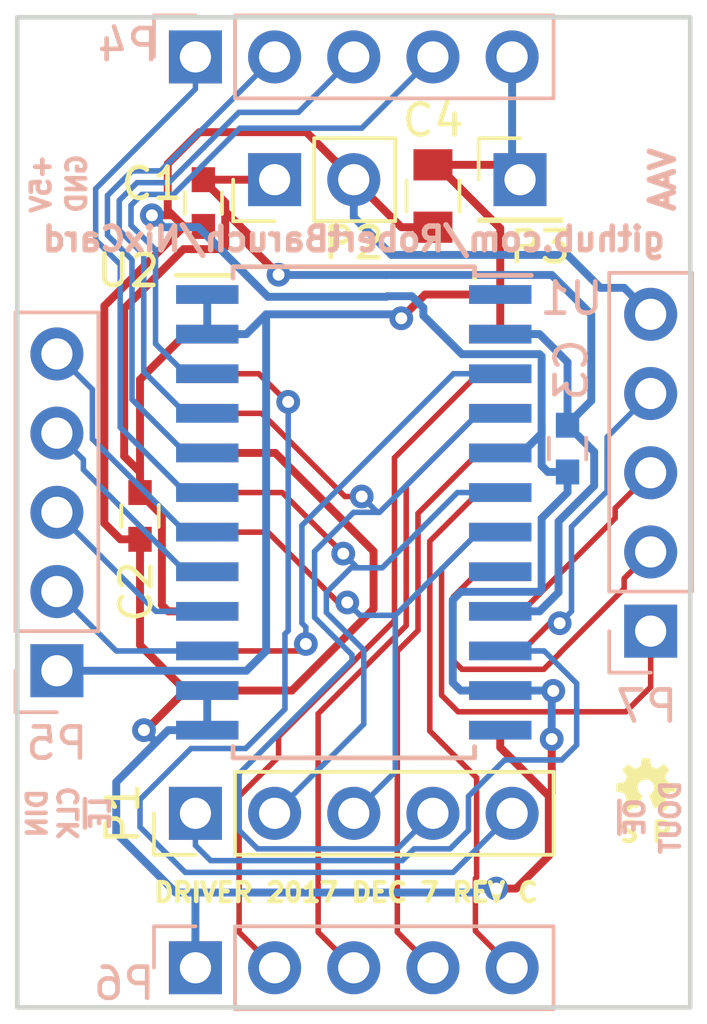
<source format=kicad_pcb>
(kicad_pcb (version 4) (host pcbnew 4.0.4-stable)

  (general
    (links 53)
    (no_connects 0)
    (area -10.870001 -15.950001 10.870001 15.950001)
    (thickness 1.6)
    (drawings 15)
    (tracks 348)
    (zones 0)
    (modules 18)
    (nets 28)
  )

  (page A4)
  (layers
    (0 F.Cu signal)
    (31 B.Cu signal)
    (32 B.Adhes user)
    (33 F.Adhes user)
    (34 B.Paste user)
    (35 F.Paste user)
    (36 B.SilkS user)
    (37 F.SilkS user)
    (38 B.Mask user)
    (39 F.Mask user)
    (40 Dwgs.User user)
    (41 Cmts.User user)
    (42 Eco1.User user)
    (43 Eco2.User user)
    (44 Edge.Cuts user)
    (45 Margin user)
    (46 B.CrtYd user)
    (47 F.CrtYd user hide)
    (48 B.Fab user hide)
    (49 F.Fab user hide)
  )

  (setup
    (last_trace_width 0.1778)
    (trace_clearance 0.2)
    (zone_clearance 0.254)
    (zone_45_only no)
    (trace_min 0.1778)
    (segment_width 0.2)
    (edge_width 0.15)
    (via_size 0.762)
    (via_drill 0.381)
    (via_min_size 0.762)
    (via_min_drill 0.381)
    (uvia_size 0.3)
    (uvia_drill 0.1)
    (uvias_allowed no)
    (uvia_min_size 0.2)
    (uvia_min_drill 0.1)
    (pcb_text_width 0.3)
    (pcb_text_size 1.5 1.5)
    (mod_edge_width 0.15)
    (mod_text_size 1 1)
    (mod_text_width 0.15)
    (pad_size 1.7 1.7)
    (pad_drill 1)
    (pad_to_mask_clearance 0.2)
    (aux_axis_origin 0 0)
    (visible_elements 7FFFFFFF)
    (pcbplotparams
      (layerselection 0x010f0_80000001)
      (usegerberextensions true)
      (excludeedgelayer true)
      (linewidth 0.100000)
      (plotframeref false)
      (viasonmask false)
      (mode 1)
      (useauxorigin false)
      (hpglpennumber 1)
      (hpglpenspeed 20)
      (hpglpendiameter 15)
      (hpglpenoverlay 2)
      (psnegative false)
      (psa4output false)
      (plotreference true)
      (plotvalue true)
      (plotinvisibletext false)
      (padsonsilk false)
      (subtractmaskfromsilk false)
      (outputformat 1)
      (mirror false)
      (drillshape 0)
      (scaleselection 1)
      (outputdirectory gerbers/))
  )

  (net 0 "")
  (net 1 +5V)
  (net 2 GNDREF)
  (net 3 VAA)
  (net 4 /DIN)
  (net 5 /DOUT)
  (net 6 /CLK)
  (net 7 /~LE)
  (net 8 /~OE)
  (net 9 "Net-(U1-Pad8)")
  (net 10 "Net-(U2-Pad8)")
  (net 11 /DCHAIN)
  (net 12 /HV15)
  (net 13 /HV14)
  (net 14 /HV13)
  (net 15 /HV12)
  (net 16 /HV11)
  (net 17 /HV10)
  (net 18 /HV9)
  (net 19 /HV8)
  (net 20 /HV0)
  (net 21 /HV1)
  (net 22 /HV2)
  (net 23 /HV3)
  (net 24 /HV4)
  (net 25 /HV5)
  (net 26 /HV6)
  (net 27 /HV7)

  (net_class Default "This is the default net class."
    (clearance 0.2)
    (trace_width 0.1778)
    (via_dia 0.762)
    (via_drill 0.381)
    (uvia_dia 0.3)
    (uvia_drill 0.1)
    (add_net /CLK)
    (add_net /DCHAIN)
    (add_net /DIN)
    (add_net /DOUT)
    (add_net /HV0)
    (add_net /HV1)
    (add_net /HV10)
    (add_net /HV11)
    (add_net /HV12)
    (add_net /HV13)
    (add_net /HV14)
    (add_net /HV15)
    (add_net /HV2)
    (add_net /HV3)
    (add_net /HV4)
    (add_net /HV5)
    (add_net /HV6)
    (add_net /HV7)
    (add_net /HV8)
    (add_net /HV9)
    (add_net /~LE)
    (add_net /~OE)
    (add_net "Net-(U1-Pad8)")
    (add_net "Net-(U2-Pad8)")
  )

  (net_class HV ""
    (clearance 0.2)
    (trace_width 0.254)
    (via_dia 0.762)
    (via_drill 0.381)
    (uvia_dia 0.3)
    (uvia_drill 0.1)
    (add_net +5V)
    (add_net GNDREF)
    (add_net VAA)
  )

  (module Conn_PinHeader_2.54mm:PinHeader_1x05_P2.54mm_Vertical (layer B.Cu) (tedit 59FED5CC) (tstamp 5A2B8DAF)
    (at 9.525 3.81)
    (descr "Through hole straight pin header, 1x05, 2.54mm pitch, single row")
    (tags "Through hole pin header THT 1x05 2.54mm single row")
    (path /5A2A2DA1)
    (fp_text reference P7 (at -0.127 2.413) (layer B.SilkS)
      (effects (font (size 1 1) (thickness 0.15)) (justify mirror))
    )
    (fp_text value CONN_01X05 (at 0 -12.49) (layer B.Fab)
      (effects (font (size 1 1) (thickness 0.15)) (justify mirror))
    )
    (fp_line (start -0.635 1.27) (end 1.27 1.27) (layer B.Fab) (width 0.1))
    (fp_line (start 1.27 1.27) (end 1.27 -11.43) (layer B.Fab) (width 0.1))
    (fp_line (start 1.27 -11.43) (end -1.27 -11.43) (layer B.Fab) (width 0.1))
    (fp_line (start -1.27 -11.43) (end -1.27 0.635) (layer B.Fab) (width 0.1))
    (fp_line (start -1.27 0.635) (end -0.635 1.27) (layer B.Fab) (width 0.1))
    (fp_line (start -1.33 -11.49) (end 1.33 -11.49) (layer B.SilkS) (width 0.12))
    (fp_line (start -1.33 -1.27) (end -1.33 -11.49) (layer B.SilkS) (width 0.12))
    (fp_line (start 1.33 -1.27) (end 1.33 -11.49) (layer B.SilkS) (width 0.12))
    (fp_line (start -1.33 -1.27) (end 1.33 -1.27) (layer B.SilkS) (width 0.12))
    (fp_line (start -1.33 0) (end -1.33 1.33) (layer B.SilkS) (width 0.12))
    (fp_line (start -1.33 1.33) (end 0 1.33) (layer B.SilkS) (width 0.12))
    (fp_line (start -1.8 1.8) (end -1.8 -11.95) (layer B.CrtYd) (width 0.05))
    (fp_line (start -1.8 -11.95) (end 1.8 -11.95) (layer B.CrtYd) (width 0.05))
    (fp_line (start 1.8 -11.95) (end 1.8 1.8) (layer B.CrtYd) (width 0.05))
    (fp_line (start 1.8 1.8) (end -1.8 1.8) (layer B.CrtYd) (width 0.05))
    (fp_text user %R (at 0 -5.08 270) (layer B.Fab)
      (effects (font (size 1 1) (thickness 0.15)) (justify mirror))
    )
    (pad 1 thru_hole rect (at 0 0) (size 1.7 1.7) (drill 1) (layers *.Cu *.Mask)
      (net 16 /HV11))
    (pad 2 thru_hole oval (at 0 -2.54) (size 1.7 1.7) (drill 1) (layers *.Cu *.Mask)
      (net 17 /HV10))
    (pad 3 thru_hole oval (at 0 -5.08) (size 1.7 1.7) (drill 1) (layers *.Cu *.Mask)
      (net 18 /HV9))
    (pad 4 thru_hole oval (at 0 -7.62) (size 1.7 1.7) (drill 1) (layers *.Cu *.Mask)
      (net 19 /HV8))
    (pad 5 thru_hole oval (at 0 -10.16) (size 1.7 1.7) (drill 1) (layers *.Cu *.Mask)
      (net 2 GNDREF))
    (model ${KISYS3DMOD}/Conn_PinHeader_2.54mm.3dshapes/PinHeader_1x05_P2.54mm_Vertical.wrl
      (at (xyz 0 0 0))
      (scale (xyz 1 1 1))
      (rotate (xyz 0 0 0))
    )
  )

  (module Mounting_Holes:MountingHole_2.2mm_M2 (layer F.Cu) (tedit 587C597D) (tstamp 587C5931)
    (at 8.128 13.081)
    (descr "Mounting Hole 2.2mm, no annular, M2")
    (tags "mounting hole 2.2mm no annular m2")
    (fp_text reference REF** (at 0 -3.2) (layer F.SilkS) hide
      (effects (font (size 1 1) (thickness 0.15)))
    )
    (fp_text value MountingHole_2.2mm_M2 (at 0 3.2) (layer F.Fab)
      (effects (font (size 1 1) (thickness 0.15)))
    )
    (fp_circle (center 0 0) (end 2.2 0) (layer Cmts.User) (width 0.15))
    (fp_circle (center 0 0) (end 2.45 0) (layer F.CrtYd) (width 0.05))
    (pad 1 np_thru_hole circle (at 0 0) (size 2.2 2.2) (drill 2.2) (layers *.Cu *.Mask))
  )

  (module Mounting_Holes:MountingHole_2.2mm_M2 (layer F.Cu) (tedit 587C5983) (tstamp 587C5980)
    (at 8.128 -13.081)
    (descr "Mounting Hole 2.2mm, no annular, M2")
    (tags "mounting hole 2.2mm no annular m2")
    (fp_text reference REF** (at 0 -3.2) (layer F.SilkS) hide
      (effects (font (size 1 1) (thickness 0.15)))
    )
    (fp_text value MountingHole_2.2mm_M2 (at 0 3.2) (layer F.Fab)
      (effects (font (size 1 1) (thickness 0.15)))
    )
    (fp_circle (center 0 0) (end 2.2 0) (layer Cmts.User) (width 0.15))
    (fp_circle (center 0 0) (end 2.45 0) (layer F.CrtYd) (width 0.05))
    (pad 1 np_thru_hole circle (at 0 0) (size 2.2 2.2) (drill 2.2) (layers *.Cu *.Mask))
  )

  (module Mounting_Holes:MountingHole_2.2mm_M2 (layer F.Cu) (tedit 587C5987) (tstamp 587C5981)
    (at -8.128 -13.081)
    (descr "Mounting Hole 2.2mm, no annular, M2")
    (tags "mounting hole 2.2mm no annular m2")
    (fp_text reference REF** (at 0 -3.2) (layer F.SilkS) hide
      (effects (font (size 1 1) (thickness 0.15)))
    )
    (fp_text value MountingHole_2.2mm_M2 (at 0 3.2) (layer F.Fab)
      (effects (font (size 1 1) (thickness 0.15)))
    )
    (fp_circle (center 0 0) (end 2.2 0) (layer Cmts.User) (width 0.15))
    (fp_circle (center 0 0) (end 2.45 0) (layer F.CrtYd) (width 0.05))
    (pad 1 np_thru_hole circle (at 0 0) (size 2.2 2.2) (drill 2.2) (layers *.Cu *.Mask))
  )

  (module Mounting_Holes:MountingHole_2.2mm_M2 (layer F.Cu) (tedit 587C5977) (tstamp 587C5982)
    (at -8.128 13.081)
    (descr "Mounting Hole 2.2mm, no annular, M2")
    (tags "mounting hole 2.2mm no annular m2")
    (fp_text reference REF** (at 0 -3.2) (layer F.SilkS) hide
      (effects (font (size 1 1) (thickness 0.15)))
    )
    (fp_text value MountingHole_2.2mm_M2 (at 0 3.2) (layer F.Fab)
      (effects (font (size 1 1) (thickness 0.15)))
    )
    (fp_circle (center 0 0) (end 2.2 0) (layer Cmts.User) (width 0.15))
    (fp_circle (center 0 0) (end 2.45 0) (layer F.CrtYd) (width 0.05))
    (pad 1 np_thru_hole circle (at 0 0) (size 2.2 2.2) (drill 2.2) (layers *.Cu *.Mask))
  )

  (module Package_SOIC:SOIC-24W_7.5x15.4mm_P1.27mm (layer F.Cu) (tedit 5A02F2D3) (tstamp 5A2386FB)
    (at -0.001 0)
    (descr "24-Lead Plastic Small Outline (SO) - Wide, 7.50 mm Body [SOIC] (see Microchip Packaging Specification 00000049BS.pdf)")
    (tags "SOIC 1.27")
    (path /5A232890)
    (attr smd)
    (fp_text reference U2 (at -7.238 -7.747) (layer F.SilkS)
      (effects (font (size 1 1) (thickness 0.15)))
    )
    (fp_text value HV513WG (at 0 8.8) (layer F.Fab)
      (effects (font (size 1 1) (thickness 0.15)))
    )
    (fp_text user %R (at 0 0) (layer F.Fab)
      (effects (font (size 1 1) (thickness 0.15)))
    )
    (fp_line (start -2.75 -7.7) (end 3.75 -7.7) (layer F.Fab) (width 0.15))
    (fp_line (start 3.75 -7.7) (end 3.75 7.7) (layer F.Fab) (width 0.15))
    (fp_line (start 3.75 7.7) (end -3.75 7.7) (layer F.Fab) (width 0.15))
    (fp_line (start -3.75 7.7) (end -3.75 -6.7) (layer F.Fab) (width 0.15))
    (fp_line (start -3.75 -6.7) (end -2.75 -7.7) (layer F.Fab) (width 0.15))
    (fp_line (start -5.95 -8.05) (end -5.95 8.05) (layer F.CrtYd) (width 0.05))
    (fp_line (start 5.95 -8.05) (end 5.95 8.05) (layer F.CrtYd) (width 0.05))
    (fp_line (start -5.95 -8.05) (end 5.95 -8.05) (layer F.CrtYd) (width 0.05))
    (fp_line (start -5.95 8.05) (end 5.95 8.05) (layer F.CrtYd) (width 0.05))
    (fp_line (start -3.875 -7.875) (end -3.875 -7.6) (layer F.SilkS) (width 0.15))
    (fp_line (start 3.875 -7.875) (end 3.875 -7.51) (layer F.SilkS) (width 0.15))
    (fp_line (start 3.875 7.875) (end 3.875 7.51) (layer F.SilkS) (width 0.15))
    (fp_line (start -3.875 7.875) (end -3.875 7.51) (layer F.SilkS) (width 0.15))
    (fp_line (start -3.875 -7.875) (end 3.875 -7.875) (layer F.SilkS) (width 0.15))
    (fp_line (start -3.875 7.875) (end 3.875 7.875) (layer F.SilkS) (width 0.15))
    (fp_line (start -3.875 -7.6) (end -5.7 -7.6) (layer F.SilkS) (width 0.15))
    (pad 1 smd rect (at -4.7 -6.985) (size 2 0.6) (layers F.Cu F.Paste F.Mask))
    (pad 2 smd rect (at -4.7 -5.715) (size 2 0.6) (layers F.Cu F.Paste F.Mask)
      (net 1 +5V))
    (pad 3 smd rect (at -4.7 -4.445) (size 2 0.6) (layers F.Cu F.Paste F.Mask)
      (net 5 /DOUT))
    (pad 4 smd rect (at -4.7 -3.175) (size 2 0.6) (layers F.Cu F.Paste F.Mask)
      (net 8 /~OE))
    (pad 5 smd rect (at -4.7 -1.905) (size 2 0.6) (layers F.Cu F.Paste F.Mask)
      (net 2 GNDREF))
    (pad 6 smd rect (at -4.7 -0.635) (size 2 0.6) (layers F.Cu F.Paste F.Mask)
      (net 6 /CLK))
    (pad 7 smd rect (at -4.7 0.635) (size 2 0.6) (layers F.Cu F.Paste F.Mask)
      (net 7 /~LE))
    (pad 8 smd rect (at -4.7 1.905) (size 2 0.6) (layers F.Cu F.Paste F.Mask)
      (net 10 "Net-(U2-Pad8)"))
    (pad 9 smd rect (at -4.7 3.175) (size 2 0.6) (layers F.Cu F.Paste F.Mask)
      (net 1 +5V))
    (pad 10 smd rect (at -4.7 4.445) (size 2 0.6) (layers F.Cu F.Paste F.Mask)
      (net 11 /DCHAIN))
    (pad 11 smd rect (at -4.7 5.715) (size 2 0.6) (layers F.Cu F.Paste F.Mask)
      (net 2 GNDREF))
    (pad 12 smd rect (at -4.7 6.985) (size 2 0.6) (layers F.Cu F.Paste F.Mask))
    (pad 13 smd rect (at 4.7 6.985) (size 2 0.6) (layers F.Cu F.Paste F.Mask)
      (net 2 GNDREF))
    (pad 14 smd rect (at 4.7 5.715) (size 2 0.6) (layers F.Cu F.Paste F.Mask)
      (net 2 GNDREF))
    (pad 15 smd rect (at 4.7 4.445) (size 2 0.6) (layers F.Cu F.Paste F.Mask)
      (net 19 /HV8))
    (pad 16 smd rect (at 4.7 3.175) (size 2 0.6) (layers F.Cu F.Paste F.Mask)
      (net 18 /HV9))
    (pad 17 smd rect (at 4.7 1.905) (size 2 0.6) (layers F.Cu F.Paste F.Mask)
      (net 17 /HV10))
    (pad 18 smd rect (at 4.7 0.635) (size 2 0.6) (layers F.Cu F.Paste F.Mask)
      (net 16 /HV11))
    (pad 19 smd rect (at 4.7 -0.635) (size 2 0.6) (layers F.Cu F.Paste F.Mask)
      (net 15 /HV12))
    (pad 20 smd rect (at 4.7 -1.905) (size 2 0.6) (layers F.Cu F.Paste F.Mask)
      (net 14 /HV13))
    (pad 21 smd rect (at 4.7 -3.175) (size 2 0.6) (layers F.Cu F.Paste F.Mask)
      (net 13 /HV14))
    (pad 22 smd rect (at 4.7 -4.445) (size 2 0.6) (layers F.Cu F.Paste F.Mask)
      (net 12 /HV15))
    (pad 23 smd rect (at 4.7 -5.715) (size 2 0.6) (layers F.Cu F.Paste F.Mask)
      (net 3 VAA))
    (pad 24 smd rect (at 4.7 -6.985) (size 2 0.6) (layers F.Cu F.Paste F.Mask)
      (net 3 VAA))
    (model ${KISYS3DMOD}/Package_SOIC.3dshapes/SOIC-24W_7.5x15.4mm_P1.27mm.wrl
      (at (xyz 0 0 0))
      (scale (xyz 1 1 1))
      (rotate (xyz 0 0 0))
    )
  )

  (module Package_SOIC:SOIC-24W_7.5x15.4mm_P1.27mm (layer B.Cu) (tedit 5A02F2D3) (tstamp 5A238781)
    (at -0.001 0 180)
    (descr "24-Lead Plastic Small Outline (SO) - Wide, 7.50 mm Body [SOIC] (see Microchip Packaging Specification 00000049BS.pdf)")
    (tags "SOIC 1.27")
    (path /5A23277A)
    (attr smd)
    (fp_text reference U1 (at -6.986 6.858 180) (layer B.SilkS)
      (effects (font (size 1 1) (thickness 0.15)) (justify mirror))
    )
    (fp_text value HV513WG (at 0 -8.8 180) (layer B.Fab)
      (effects (font (size 1 1) (thickness 0.15)) (justify mirror))
    )
    (fp_text user %R (at 0 0 180) (layer B.Fab)
      (effects (font (size 1 1) (thickness 0.15)) (justify mirror))
    )
    (fp_line (start -2.75 7.7) (end 3.75 7.7) (layer B.Fab) (width 0.15))
    (fp_line (start 3.75 7.7) (end 3.75 -7.7) (layer B.Fab) (width 0.15))
    (fp_line (start 3.75 -7.7) (end -3.75 -7.7) (layer B.Fab) (width 0.15))
    (fp_line (start -3.75 -7.7) (end -3.75 6.7) (layer B.Fab) (width 0.15))
    (fp_line (start -3.75 6.7) (end -2.75 7.7) (layer B.Fab) (width 0.15))
    (fp_line (start -5.95 8.05) (end -5.95 -8.05) (layer B.CrtYd) (width 0.05))
    (fp_line (start 5.95 8.05) (end 5.95 -8.05) (layer B.CrtYd) (width 0.05))
    (fp_line (start -5.95 8.05) (end 5.95 8.05) (layer B.CrtYd) (width 0.05))
    (fp_line (start -5.95 -8.05) (end 5.95 -8.05) (layer B.CrtYd) (width 0.05))
    (fp_line (start -3.875 7.875) (end -3.875 7.6) (layer B.SilkS) (width 0.15))
    (fp_line (start 3.875 7.875) (end 3.875 7.51) (layer B.SilkS) (width 0.15))
    (fp_line (start 3.875 -7.875) (end 3.875 -7.51) (layer B.SilkS) (width 0.15))
    (fp_line (start -3.875 -7.875) (end -3.875 -7.51) (layer B.SilkS) (width 0.15))
    (fp_line (start -3.875 7.875) (end 3.875 7.875) (layer B.SilkS) (width 0.15))
    (fp_line (start -3.875 -7.875) (end 3.875 -7.875) (layer B.SilkS) (width 0.15))
    (fp_line (start -3.875 7.6) (end -5.7 7.6) (layer B.SilkS) (width 0.15))
    (pad 1 smd rect (at -4.7 6.985 180) (size 2 0.6) (layers B.Cu B.Paste B.Mask))
    (pad 2 smd rect (at -4.7 5.715 180) (size 2 0.6) (layers B.Cu B.Paste B.Mask)
      (net 1 +5V))
    (pad 3 smd rect (at -4.7 4.445 180) (size 2 0.6) (layers B.Cu B.Paste B.Mask)
      (net 11 /DCHAIN))
    (pad 4 smd rect (at -4.7 3.175 180) (size 2 0.6) (layers B.Cu B.Paste B.Mask)
      (net 8 /~OE))
    (pad 5 smd rect (at -4.7 1.905 180) (size 2 0.6) (layers B.Cu B.Paste B.Mask)
      (net 2 GNDREF))
    (pad 6 smd rect (at -4.7 0.635 180) (size 2 0.6) (layers B.Cu B.Paste B.Mask)
      (net 6 /CLK))
    (pad 7 smd rect (at -4.7 -0.635 180) (size 2 0.6) (layers B.Cu B.Paste B.Mask)
      (net 7 /~LE))
    (pad 8 smd rect (at -4.7 -1.905 180) (size 2 0.6) (layers B.Cu B.Paste B.Mask)
      (net 9 "Net-(U1-Pad8)"))
    (pad 9 smd rect (at -4.7 -3.175 180) (size 2 0.6) (layers B.Cu B.Paste B.Mask)
      (net 1 +5V))
    (pad 10 smd rect (at -4.7 -4.445 180) (size 2 0.6) (layers B.Cu B.Paste B.Mask)
      (net 4 /DIN))
    (pad 11 smd rect (at -4.7 -5.715 180) (size 2 0.6) (layers B.Cu B.Paste B.Mask)
      (net 2 GNDREF))
    (pad 12 smd rect (at -4.7 -6.985 180) (size 2 0.6) (layers B.Cu B.Paste B.Mask))
    (pad 13 smd rect (at 4.7 -6.985 180) (size 2 0.6) (layers B.Cu B.Paste B.Mask)
      (net 2 GNDREF))
    (pad 14 smd rect (at 4.7 -5.715 180) (size 2 0.6) (layers B.Cu B.Paste B.Mask)
      (net 2 GNDREF))
    (pad 15 smd rect (at 4.7 -4.445 180) (size 2 0.6) (layers B.Cu B.Paste B.Mask)
      (net 20 /HV0))
    (pad 16 smd rect (at 4.7 -3.175 180) (size 2 0.6) (layers B.Cu B.Paste B.Mask)
      (net 21 /HV1))
    (pad 17 smd rect (at 4.7 -1.905 180) (size 2 0.6) (layers B.Cu B.Paste B.Mask)
      (net 22 /HV2))
    (pad 18 smd rect (at 4.7 -0.635 180) (size 2 0.6) (layers B.Cu B.Paste B.Mask)
      (net 23 /HV3))
    (pad 19 smd rect (at 4.7 0.635 180) (size 2 0.6) (layers B.Cu B.Paste B.Mask)
      (net 24 /HV4))
    (pad 20 smd rect (at 4.7 1.905 180) (size 2 0.6) (layers B.Cu B.Paste B.Mask)
      (net 25 /HV5))
    (pad 21 smd rect (at 4.7 3.175 180) (size 2 0.6) (layers B.Cu B.Paste B.Mask)
      (net 26 /HV6))
    (pad 22 smd rect (at 4.7 4.445 180) (size 2 0.6) (layers B.Cu B.Paste B.Mask)
      (net 27 /HV7))
    (pad 23 smd rect (at 4.7 5.715 180) (size 2 0.6) (layers B.Cu B.Paste B.Mask)
      (net 3 VAA))
    (pad 24 smd rect (at 4.7 6.985 180) (size 2 0.6) (layers B.Cu B.Paste B.Mask)
      (net 3 VAA))
    (model ${KISYS3DMOD}/Package_SOIC.3dshapes/SOIC-24W_7.5x15.4mm_P1.27mm.wrl
      (at (xyz 0 0 0))
      (scale (xyz 1 1 1))
      (rotate (xyz 0 0 0))
    )
  )

  (module footprints:oshw-logo-gear (layer F.Cu) (tedit 5A2342E3) (tstamp 5A234379)
    (at 9.368131 8.735353)
    (descr "Imported from oshw-logo-gear.svg")
    (tags svg2mod)
    (attr smd)
    (fp_text reference svg2mod (at 0 -3.898872) (layer F.SilkS) hide
      (effects (font (thickness 0.3048)))
    )
    (fp_text value G*** (at 0 3.898872) (layer F.SilkS) hide
      (effects (font (thickness 0.3048)))
    )
    (fp_poly (pts (xy 0.934388 -0.038015) (xy 0.702416 -0.081153) (xy 0.688686 -0.092964) (xy 0.61758 -0.258854)
      (xy 0.618709 -0.276789) (xy 0.753865 -0.473781) (xy 0.752383 -0.489811) (xy 0.583572 -0.658622)
      (xy 0.567556 -0.660104) (xy 0.367108 -0.522549) (xy 0.349088 -0.52125) (xy 0.188277 -0.587079)
      (xy 0.176424 -0.600654) (xy 0.131762 -0.840585) (xy 0.119387 -0.850872) (xy -0.119373 -0.850872)
      (xy -0.131734 -0.840585) (xy -0.176382 -0.600654) (xy -0.188235 -0.587079) (xy -0.349059 -0.52125)
      (xy -0.367079 -0.522549) (xy -0.567514 -0.660104) (xy -0.583544 -0.658622) (xy -0.752369 -0.489811)
      (xy -0.753851 -0.473781) (xy -0.61868 -0.276789) (xy -0.617566 -0.258854) (xy -0.688686 -0.092964)
      (xy -0.702416 -0.081153) (xy -0.934374 -0.038015) (xy -0.944661 -0.025626) (xy -0.944647 0.21312)
      (xy -0.93436 0.22551) (xy -0.708088 0.267617) (xy -0.694655 0.279513) (xy -0.624014 0.455972)
      (xy -0.625355 0.473992) (xy -0.753879 0.661289) (xy -0.752397 0.677333) (xy -0.583558 0.846145)
      (xy -0.567528 0.847626) (xy -0.383547 0.721346) (xy -0.365908 0.720739) (xy -0.284769 0.76406)
      (xy -0.271434 0.75915) (xy -0.104133 0.354909) (xy -0.109044 0.339796) (xy -0.129349 0.327364)
      (xy -0.142191 0.317528) (xy -0.230584 0.223778) (xy -0.26404 0.095123) (xy -0.243289 -0.007652)
      (xy -0.186702 -0.091578) (xy -0.102776 -0.148161) (xy -0.000007 -0.16891) (xy 0.10276 -0.148161)
      (xy 0.186681 -0.091578) (xy 0.243263 -0.007652) (xy 0.264012 0.095123) (xy 0.230561 0.223778)
      (xy 0.142162 0.317528) (xy 0.129349 0.327364) (xy 0.109044 0.339796) (xy 0.104133 0.354909)
      (xy 0.27142 0.759164) (xy 0.284755 0.764074) (xy 0.365894 0.720753) (xy 0.383533 0.72136)
      (xy 0.567528 0.84764) (xy 0.583544 0.846159) (xy 0.752383 0.677347) (xy 0.753865 0.661303)
      (xy 0.625327 0.474006) (xy 0.624 0.455986) (xy 0.694641 0.279527) (xy 0.70806 0.267631)
      (xy 0.934332 0.225524) (xy 0.944619 0.213134) (xy 0.944647 -0.025612) (xy 0.934388 -0.038015)) (layer F.SilkS) (width 0))
  )

  (module Capacitors_SMD:C_0603 (layer B.Cu) (tedit 59958EE7) (tstamp 5A2A0E70)
    (at 6.858 -2.044 270)
    (descr "Capacitor SMD 0603, reflow soldering, AVX (see smccp.pdf)")
    (tags "capacitor 0603")
    (path /5A2A101A)
    (attr smd)
    (fp_text reference C3 (at -2.528 -0.127 270) (layer B.SilkS)
      (effects (font (size 1 1) (thickness 0.15)) (justify mirror))
    )
    (fp_text value 100n (at 0 -1.5 270) (layer B.Fab)
      (effects (font (size 1 1) (thickness 0.15)) (justify mirror))
    )
    (fp_line (start 1.4 -0.65) (end -1.4 -0.65) (layer B.CrtYd) (width 0.05))
    (fp_line (start 1.4 -0.65) (end 1.4 0.65) (layer B.CrtYd) (width 0.05))
    (fp_line (start -1.4 0.65) (end -1.4 -0.65) (layer B.CrtYd) (width 0.05))
    (fp_line (start -1.4 0.65) (end 1.4 0.65) (layer B.CrtYd) (width 0.05))
    (fp_line (start 0.35 -0.6) (end -0.35 -0.6) (layer B.SilkS) (width 0.12))
    (fp_line (start -0.35 0.6) (end 0.35 0.6) (layer B.SilkS) (width 0.12))
    (fp_line (start -0.8 0.4) (end 0.8 0.4) (layer B.Fab) (width 0.1))
    (fp_line (start 0.8 0.4) (end 0.8 -0.4) (layer B.Fab) (width 0.1))
    (fp_line (start 0.8 -0.4) (end -0.8 -0.4) (layer B.Fab) (width 0.1))
    (fp_line (start -0.8 -0.4) (end -0.8 0.4) (layer B.Fab) (width 0.1))
    (fp_text user %R (at 0 0 270) (layer B.Fab)
      (effects (font (size 0.3 0.3) (thickness 0.075)) (justify mirror))
    )
    (pad 2 smd rect (at 0.75 0 270) (size 0.8 0.75) (layers B.Cu B.Paste B.Mask)
      (net 2 GNDREF))
    (pad 1 smd rect (at -0.75 0 270) (size 0.8 0.75) (layers B.Cu B.Paste B.Mask)
      (net 1 +5V))
    (model Capacitors_SMD.3dshapes/C_0603.wrl
      (at (xyz 0 0 0))
      (scale (xyz 1 1 1))
      (rotate (xyz 0 0 0))
    )
  )

  (module Capacitors_SMD:C_0805 (layer F.Cu) (tedit 58AA8463) (tstamp 5A2A0E76)
    (at 2.54 -10.144 270)
    (descr "Capacitor SMD 0805, reflow soldering, AVX (see smccp.pdf)")
    (tags "capacitor 0805")
    (path /5A2A1619)
    (attr smd)
    (fp_text reference C4 (at -2.429 0 360) (layer F.SilkS)
      (effects (font (size 1 1) (thickness 0.15)))
    )
    (fp_text value 100n (at 0 1.75 270) (layer F.Fab)
      (effects (font (size 1 1) (thickness 0.15)))
    )
    (fp_text user %R (at 0 -1.5 270) (layer F.Fab)
      (effects (font (size 1 1) (thickness 0.15)))
    )
    (fp_line (start -1 0.62) (end -1 -0.62) (layer F.Fab) (width 0.1))
    (fp_line (start 1 0.62) (end -1 0.62) (layer F.Fab) (width 0.1))
    (fp_line (start 1 -0.62) (end 1 0.62) (layer F.Fab) (width 0.1))
    (fp_line (start -1 -0.62) (end 1 -0.62) (layer F.Fab) (width 0.1))
    (fp_line (start 0.5 -0.85) (end -0.5 -0.85) (layer F.SilkS) (width 0.12))
    (fp_line (start -0.5 0.85) (end 0.5 0.85) (layer F.SilkS) (width 0.12))
    (fp_line (start -1.75 -0.88) (end 1.75 -0.88) (layer F.CrtYd) (width 0.05))
    (fp_line (start -1.75 -0.88) (end -1.75 0.87) (layer F.CrtYd) (width 0.05))
    (fp_line (start 1.75 0.87) (end 1.75 -0.88) (layer F.CrtYd) (width 0.05))
    (fp_line (start 1.75 0.87) (end -1.75 0.87) (layer F.CrtYd) (width 0.05))
    (pad 1 smd rect (at -1 0 270) (size 1 1.25) (layers F.Cu F.Paste F.Mask)
      (net 3 VAA))
    (pad 2 smd rect (at 1 0 270) (size 1 1.25) (layers F.Cu F.Paste F.Mask)
      (net 2 GNDREF))
    (model Capacitors_SMD.3dshapes/C_0805.wrl
      (at (xyz 0 0 0))
      (scale (xyz 1 1 1))
      (rotate (xyz 0 0 0))
    )
  )

  (module Capacitors_SMD:C_0603 (layer F.Cu) (tedit 59958EE7) (tstamp 5A2A0EF6)
    (at -4.826 -9.918 270)
    (descr "Capacitor SMD 0603, reflow soldering, AVX (see smccp.pdf)")
    (tags "capacitor 0603")
    (path /585F2B31)
    (attr smd)
    (fp_text reference C1 (at -0.623 1.651 360) (layer F.SilkS)
      (effects (font (size 1 1) (thickness 0.15)))
    )
    (fp_text value 1u (at 0 1.5 270) (layer F.Fab)
      (effects (font (size 1 1) (thickness 0.15)))
    )
    (fp_line (start 1.4 0.65) (end -1.4 0.65) (layer F.CrtYd) (width 0.05))
    (fp_line (start 1.4 0.65) (end 1.4 -0.65) (layer F.CrtYd) (width 0.05))
    (fp_line (start -1.4 -0.65) (end -1.4 0.65) (layer F.CrtYd) (width 0.05))
    (fp_line (start -1.4 -0.65) (end 1.4 -0.65) (layer F.CrtYd) (width 0.05))
    (fp_line (start 0.35 0.6) (end -0.35 0.6) (layer F.SilkS) (width 0.12))
    (fp_line (start -0.35 -0.6) (end 0.35 -0.6) (layer F.SilkS) (width 0.12))
    (fp_line (start -0.8 -0.4) (end 0.8 -0.4) (layer F.Fab) (width 0.1))
    (fp_line (start 0.8 -0.4) (end 0.8 0.4) (layer F.Fab) (width 0.1))
    (fp_line (start 0.8 0.4) (end -0.8 0.4) (layer F.Fab) (width 0.1))
    (fp_line (start -0.8 0.4) (end -0.8 -0.4) (layer F.Fab) (width 0.1))
    (fp_text user %R (at 0 0 270) (layer F.Fab)
      (effects (font (size 0.3 0.3) (thickness 0.075)))
    )
    (pad 2 smd rect (at 0.75 0 270) (size 0.8 0.75) (layers F.Cu F.Paste F.Mask)
      (net 2 GNDREF))
    (pad 1 smd rect (at -0.75 0 270) (size 0.8 0.75) (layers F.Cu F.Paste F.Mask)
      (net 1 +5V))
    (model Capacitors_SMD.3dshapes/C_0603.wrl
      (at (xyz 0 0 0))
      (scale (xyz 1 1 1))
      (rotate (xyz 0 0 0))
    )
  )

  (module Capacitors_SMD:C_0603 (layer F.Cu) (tedit 59958EE7) (tstamp 5A2A0EFC)
    (at -6.858 0.115 270)
    (descr "Capacitor SMD 0603, reflow soldering, AVX (see smccp.pdf)")
    (tags "capacitor 0603")
    (path /585F2A98)
    (attr smd)
    (fp_text reference C2 (at 2.425 0.127 270) (layer F.SilkS)
      (effects (font (size 1 1) (thickness 0.15)))
    )
    (fp_text value 100n (at 0 1.5 270) (layer F.Fab)
      (effects (font (size 1 1) (thickness 0.15)))
    )
    (fp_line (start 1.4 0.65) (end -1.4 0.65) (layer F.CrtYd) (width 0.05))
    (fp_line (start 1.4 0.65) (end 1.4 -0.65) (layer F.CrtYd) (width 0.05))
    (fp_line (start -1.4 -0.65) (end -1.4 0.65) (layer F.CrtYd) (width 0.05))
    (fp_line (start -1.4 -0.65) (end 1.4 -0.65) (layer F.CrtYd) (width 0.05))
    (fp_line (start 0.35 0.6) (end -0.35 0.6) (layer F.SilkS) (width 0.12))
    (fp_line (start -0.35 -0.6) (end 0.35 -0.6) (layer F.SilkS) (width 0.12))
    (fp_line (start -0.8 -0.4) (end 0.8 -0.4) (layer F.Fab) (width 0.1))
    (fp_line (start 0.8 -0.4) (end 0.8 0.4) (layer F.Fab) (width 0.1))
    (fp_line (start 0.8 0.4) (end -0.8 0.4) (layer F.Fab) (width 0.1))
    (fp_line (start -0.8 0.4) (end -0.8 -0.4) (layer F.Fab) (width 0.1))
    (fp_text user %R (at 0 0 270) (layer F.Fab)
      (effects (font (size 0.3 0.3) (thickness 0.075)))
    )
    (pad 2 smd rect (at 0.75 0 270) (size 0.8 0.75) (layers F.Cu F.Paste F.Mask)
      (net 2 GNDREF))
    (pad 1 smd rect (at -0.75 0 270) (size 0.8 0.75) (layers F.Cu F.Paste F.Mask)
      (net 1 +5V))
    (model Capacitors_SMD.3dshapes/C_0603.wrl
      (at (xyz 0 0 0))
      (scale (xyz 1 1 1))
      (rotate (xyz 0 0 0))
    )
  )

  (module Conn_PinHeader_2.54mm:PinHeader_1x05_P2.54mm_Vertical (layer F.Cu) (tedit 59FED5CC) (tstamp 5A2B8D20)
    (at -5.08 9.652 90)
    (descr "Through hole straight pin header, 1x05, 2.54mm pitch, single row")
    (tags "Through hole pin header THT 1x05 2.54mm single row")
    (path /5A2A09B0)
    (fp_text reference P1 (at 0 -2.33 90) (layer F.SilkS)
      (effects (font (size 1 1) (thickness 0.15)))
    )
    (fp_text value CONN_01X05 (at 0 12.49 90) (layer F.Fab)
      (effects (font (size 1 1) (thickness 0.15)))
    )
    (fp_line (start -0.635 -1.27) (end 1.27 -1.27) (layer F.Fab) (width 0.1))
    (fp_line (start 1.27 -1.27) (end 1.27 11.43) (layer F.Fab) (width 0.1))
    (fp_line (start 1.27 11.43) (end -1.27 11.43) (layer F.Fab) (width 0.1))
    (fp_line (start -1.27 11.43) (end -1.27 -0.635) (layer F.Fab) (width 0.1))
    (fp_line (start -1.27 -0.635) (end -0.635 -1.27) (layer F.Fab) (width 0.1))
    (fp_line (start -1.33 11.49) (end 1.33 11.49) (layer F.SilkS) (width 0.12))
    (fp_line (start -1.33 1.27) (end -1.33 11.49) (layer F.SilkS) (width 0.12))
    (fp_line (start 1.33 1.27) (end 1.33 11.49) (layer F.SilkS) (width 0.12))
    (fp_line (start -1.33 1.27) (end 1.33 1.27) (layer F.SilkS) (width 0.12))
    (fp_line (start -1.33 0) (end -1.33 -1.33) (layer F.SilkS) (width 0.12))
    (fp_line (start -1.33 -1.33) (end 0 -1.33) (layer F.SilkS) (width 0.12))
    (fp_line (start -1.8 -1.8) (end -1.8 11.95) (layer F.CrtYd) (width 0.05))
    (fp_line (start -1.8 11.95) (end 1.8 11.95) (layer F.CrtYd) (width 0.05))
    (fp_line (start 1.8 11.95) (end 1.8 -1.8) (layer F.CrtYd) (width 0.05))
    (fp_line (start 1.8 -1.8) (end -1.8 -1.8) (layer F.CrtYd) (width 0.05))
    (fp_text user %R (at 0 5.08 180) (layer F.Fab)
      (effects (font (size 1 1) (thickness 0.15)))
    )
    (pad 1 thru_hole rect (at 0 0 90) (size 1.7 1.7) (drill 1) (layers *.Cu *.Mask)
      (net 4 /DIN))
    (pad 2 thru_hole oval (at 0 2.54 90) (size 1.7 1.7) (drill 1) (layers *.Cu *.Mask)
      (net 6 /CLK))
    (pad 3 thru_hole oval (at 0 5.08 90) (size 1.7 1.7) (drill 1) (layers *.Cu *.Mask)
      (net 7 /~LE))
    (pad 4 thru_hole oval (at 0 7.62 90) (size 1.7 1.7) (drill 1) (layers *.Cu *.Mask)
      (net 8 /~OE))
    (pad 5 thru_hole oval (at 0 10.16 90) (size 1.7 1.7) (drill 1) (layers *.Cu *.Mask)
      (net 5 /DOUT))
    (model ${KISYS3DMOD}/Conn_PinHeader_2.54mm.3dshapes/PinHeader_1x05_P2.54mm_Vertical.wrl
      (at (xyz 0 0 0))
      (scale (xyz 1 1 1))
      (rotate (xyz 0 0 0))
    )
  )

  (module Conn_PinHeader_2.54mm:PinHeader_1x02_P2.54mm_Vertical (layer F.Cu) (tedit 59FED5CC) (tstamp 5A2B8D36)
    (at -2.54 -10.668 90)
    (descr "Through hole straight pin header, 1x02, 2.54mm pitch, single row")
    (tags "Through hole pin header THT 1x02 2.54mm single row")
    (path /5A2A0C57)
    (fp_text reference P2 (at -2.032 2.54 180) (layer F.SilkS)
      (effects (font (size 1 1) (thickness 0.15)))
    )
    (fp_text value CONN_01X02 (at 0 4.87 90) (layer F.Fab)
      (effects (font (size 1 1) (thickness 0.15)))
    )
    (fp_line (start -0.635 -1.27) (end 1.27 -1.27) (layer F.Fab) (width 0.1))
    (fp_line (start 1.27 -1.27) (end 1.27 3.81) (layer F.Fab) (width 0.1))
    (fp_line (start 1.27 3.81) (end -1.27 3.81) (layer F.Fab) (width 0.1))
    (fp_line (start -1.27 3.81) (end -1.27 -0.635) (layer F.Fab) (width 0.1))
    (fp_line (start -1.27 -0.635) (end -0.635 -1.27) (layer F.Fab) (width 0.1))
    (fp_line (start -1.33 3.87) (end 1.33 3.87) (layer F.SilkS) (width 0.12))
    (fp_line (start -1.33 1.27) (end -1.33 3.87) (layer F.SilkS) (width 0.12))
    (fp_line (start 1.33 1.27) (end 1.33 3.87) (layer F.SilkS) (width 0.12))
    (fp_line (start -1.33 1.27) (end 1.33 1.27) (layer F.SilkS) (width 0.12))
    (fp_line (start -1.33 0) (end -1.33 -1.33) (layer F.SilkS) (width 0.12))
    (fp_line (start -1.33 -1.33) (end 0 -1.33) (layer F.SilkS) (width 0.12))
    (fp_line (start -1.8 -1.8) (end -1.8 4.35) (layer F.CrtYd) (width 0.05))
    (fp_line (start -1.8 4.35) (end 1.8 4.35) (layer F.CrtYd) (width 0.05))
    (fp_line (start 1.8 4.35) (end 1.8 -1.8) (layer F.CrtYd) (width 0.05))
    (fp_line (start 1.8 -1.8) (end -1.8 -1.8) (layer F.CrtYd) (width 0.05))
    (fp_text user %R (at 0 1.27 180) (layer F.Fab)
      (effects (font (size 1 1) (thickness 0.15)))
    )
    (pad 1 thru_hole rect (at 0 0 90) (size 1.7 1.7) (drill 1) (layers *.Cu *.Mask)
      (net 1 +5V))
    (pad 2 thru_hole oval (at 0 2.54 90) (size 1.7 1.7) (drill 1) (layers *.Cu *.Mask)
      (net 2 GNDREF))
    (model ${KISYS3DMOD}/Conn_PinHeader_2.54mm.3dshapes/PinHeader_1x02_P2.54mm_Vertical.wrl
      (at (xyz 0 0 0))
      (scale (xyz 1 1 1))
      (rotate (xyz 0 0 0))
    )
  )

  (module Conn_PinHeader_2.54mm:PinHeader_1x01_P2.54mm_Vertical (layer F.Cu) (tedit 59FED5CC) (tstamp 5A2B8D4B)
    (at 5.334 -10.668)
    (descr "Through hole straight pin header, 1x01, 2.54mm pitch, single row")
    (tags "Through hole pin header THT 1x01 2.54mm single row")
    (path /5A2A3050)
    (fp_text reference P3 (at 0.635 2.159) (layer F.SilkS)
      (effects (font (size 1 1) (thickness 0.15)))
    )
    (fp_text value CONN_01X01 (at 0 2.33) (layer F.Fab)
      (effects (font (size 1 1) (thickness 0.15)))
    )
    (fp_line (start -0.635 -1.27) (end 1.27 -1.27) (layer F.Fab) (width 0.1))
    (fp_line (start 1.27 -1.27) (end 1.27 1.27) (layer F.Fab) (width 0.1))
    (fp_line (start 1.27 1.27) (end -1.27 1.27) (layer F.Fab) (width 0.1))
    (fp_line (start -1.27 1.27) (end -1.27 -0.635) (layer F.Fab) (width 0.1))
    (fp_line (start -1.27 -0.635) (end -0.635 -1.27) (layer F.Fab) (width 0.1))
    (fp_line (start -1.33 1.33) (end 1.33 1.33) (layer F.SilkS) (width 0.12))
    (fp_line (start -1.33 1.27) (end -1.33 1.33) (layer F.SilkS) (width 0.12))
    (fp_line (start 1.33 1.27) (end 1.33 1.33) (layer F.SilkS) (width 0.12))
    (fp_line (start -1.33 1.27) (end 1.33 1.27) (layer F.SilkS) (width 0.12))
    (fp_line (start -1.33 0) (end -1.33 -1.33) (layer F.SilkS) (width 0.12))
    (fp_line (start -1.33 -1.33) (end 0 -1.33) (layer F.SilkS) (width 0.12))
    (fp_line (start -1.8 -1.8) (end -1.8 1.8) (layer F.CrtYd) (width 0.05))
    (fp_line (start -1.8 1.8) (end 1.8 1.8) (layer F.CrtYd) (width 0.05))
    (fp_line (start 1.8 1.8) (end 1.8 -1.8) (layer F.CrtYd) (width 0.05))
    (fp_line (start 1.8 -1.8) (end -1.8 -1.8) (layer F.CrtYd) (width 0.05))
    (fp_text user %R (at 0 0 90) (layer F.Fab)
      (effects (font (size 1 1) (thickness 0.15)))
    )
    (pad 1 thru_hole rect (at 0 0) (size 1.7 1.7) (drill 1) (layers *.Cu *.Mask)
      (net 3 VAA))
    (model ${KISYS3DMOD}/Conn_PinHeader_2.54mm.3dshapes/PinHeader_1x01_P2.54mm_Vertical.wrl
      (at (xyz 0 0 0))
      (scale (xyz 1 1 1))
      (rotate (xyz 0 0 0))
    )
  )

  (module Conn_PinHeader_2.54mm:PinHeader_1x05_P2.54mm_Vertical (layer B.Cu) (tedit 59FED5CC) (tstamp 5A2B8D64)
    (at -5.08 -14.605 270)
    (descr "Through hole straight pin header, 1x05, 2.54mm pitch, single row")
    (tags "Through hole pin header THT 1x05 2.54mm single row")
    (path /5A2A2C7A)
    (fp_text reference P4 (at -0.381 2.159 360) (layer B.SilkS)
      (effects (font (size 1 1) (thickness 0.15)) (justify mirror))
    )
    (fp_text value CONN_01X05 (at 0 -12.49 270) (layer B.Fab)
      (effects (font (size 1 1) (thickness 0.15)) (justify mirror))
    )
    (fp_line (start -0.635 1.27) (end 1.27 1.27) (layer B.Fab) (width 0.1))
    (fp_line (start 1.27 1.27) (end 1.27 -11.43) (layer B.Fab) (width 0.1))
    (fp_line (start 1.27 -11.43) (end -1.27 -11.43) (layer B.Fab) (width 0.1))
    (fp_line (start -1.27 -11.43) (end -1.27 0.635) (layer B.Fab) (width 0.1))
    (fp_line (start -1.27 0.635) (end -0.635 1.27) (layer B.Fab) (width 0.1))
    (fp_line (start -1.33 -11.49) (end 1.33 -11.49) (layer B.SilkS) (width 0.12))
    (fp_line (start -1.33 -1.27) (end -1.33 -11.49) (layer B.SilkS) (width 0.12))
    (fp_line (start 1.33 -1.27) (end 1.33 -11.49) (layer B.SilkS) (width 0.12))
    (fp_line (start -1.33 -1.27) (end 1.33 -1.27) (layer B.SilkS) (width 0.12))
    (fp_line (start -1.33 0) (end -1.33 1.33) (layer B.SilkS) (width 0.12))
    (fp_line (start -1.33 1.33) (end 0 1.33) (layer B.SilkS) (width 0.12))
    (fp_line (start -1.8 1.8) (end -1.8 -11.95) (layer B.CrtYd) (width 0.05))
    (fp_line (start -1.8 -11.95) (end 1.8 -11.95) (layer B.CrtYd) (width 0.05))
    (fp_line (start 1.8 -11.95) (end 1.8 1.8) (layer B.CrtYd) (width 0.05))
    (fp_line (start 1.8 1.8) (end -1.8 1.8) (layer B.CrtYd) (width 0.05))
    (fp_text user %R (at 0 -5.08 540) (layer B.Fab)
      (effects (font (size 1 1) (thickness 0.15)) (justify mirror))
    )
    (pad 1 thru_hole rect (at 0 0 270) (size 1.7 1.7) (drill 1) (layers *.Cu *.Mask)
      (net 24 /HV4))
    (pad 2 thru_hole oval (at 0 -2.54 270) (size 1.7 1.7) (drill 1) (layers *.Cu *.Mask)
      (net 25 /HV5))
    (pad 3 thru_hole oval (at 0 -5.08 270) (size 1.7 1.7) (drill 1) (layers *.Cu *.Mask)
      (net 26 /HV6))
    (pad 4 thru_hole oval (at 0 -7.62 270) (size 1.7 1.7) (drill 1) (layers *.Cu *.Mask)
      (net 27 /HV7))
    (pad 5 thru_hole oval (at 0 -10.16 270) (size 1.7 1.7) (drill 1) (layers *.Cu *.Mask)
      (net 3 VAA))
    (model ${KISYS3DMOD}/Conn_PinHeader_2.54mm.3dshapes/PinHeader_1x05_P2.54mm_Vertical.wrl
      (at (xyz 0 0 0))
      (scale (xyz 1 1 1))
      (rotate (xyz 0 0 0))
    )
  )

  (module Conn_PinHeader_2.54mm:PinHeader_1x05_P2.54mm_Vertical (layer B.Cu) (tedit 59FED5CC) (tstamp 5A2B8D7D)
    (at -9.525 5.08)
    (descr "Through hole straight pin header, 1x05, 2.54mm pitch, single row")
    (tags "Through hole pin header THT 1x05 2.54mm single row")
    (path /5A2A2B48)
    (fp_text reference P5 (at 0 2.33) (layer B.SilkS)
      (effects (font (size 1 1) (thickness 0.15)) (justify mirror))
    )
    (fp_text value CONN_01X05 (at 0 -12.49) (layer B.Fab)
      (effects (font (size 1 1) (thickness 0.15)) (justify mirror))
    )
    (fp_line (start -0.635 1.27) (end 1.27 1.27) (layer B.Fab) (width 0.1))
    (fp_line (start 1.27 1.27) (end 1.27 -11.43) (layer B.Fab) (width 0.1))
    (fp_line (start 1.27 -11.43) (end -1.27 -11.43) (layer B.Fab) (width 0.1))
    (fp_line (start -1.27 -11.43) (end -1.27 0.635) (layer B.Fab) (width 0.1))
    (fp_line (start -1.27 0.635) (end -0.635 1.27) (layer B.Fab) (width 0.1))
    (fp_line (start -1.33 -11.49) (end 1.33 -11.49) (layer B.SilkS) (width 0.12))
    (fp_line (start -1.33 -1.27) (end -1.33 -11.49) (layer B.SilkS) (width 0.12))
    (fp_line (start 1.33 -1.27) (end 1.33 -11.49) (layer B.SilkS) (width 0.12))
    (fp_line (start -1.33 -1.27) (end 1.33 -1.27) (layer B.SilkS) (width 0.12))
    (fp_line (start -1.33 0) (end -1.33 1.33) (layer B.SilkS) (width 0.12))
    (fp_line (start -1.33 1.33) (end 0 1.33) (layer B.SilkS) (width 0.12))
    (fp_line (start -1.8 1.8) (end -1.8 -11.95) (layer B.CrtYd) (width 0.05))
    (fp_line (start -1.8 -11.95) (end 1.8 -11.95) (layer B.CrtYd) (width 0.05))
    (fp_line (start 1.8 -11.95) (end 1.8 1.8) (layer B.CrtYd) (width 0.05))
    (fp_line (start 1.8 1.8) (end -1.8 1.8) (layer B.CrtYd) (width 0.05))
    (fp_text user %R (at 0 -5.08 270) (layer B.Fab)
      (effects (font (size 1 1) (thickness 0.15)) (justify mirror))
    )
    (pad 1 thru_hole rect (at 0 0) (size 1.7 1.7) (drill 1) (layers *.Cu *.Mask)
      (net 3 VAA))
    (pad 2 thru_hole oval (at 0 -2.54) (size 1.7 1.7) (drill 1) (layers *.Cu *.Mask)
      (net 20 /HV0))
    (pad 3 thru_hole oval (at 0 -5.08) (size 1.7 1.7) (drill 1) (layers *.Cu *.Mask)
      (net 21 /HV1))
    (pad 4 thru_hole oval (at 0 -7.62) (size 1.7 1.7) (drill 1) (layers *.Cu *.Mask)
      (net 22 /HV2))
    (pad 5 thru_hole oval (at 0 -10.16) (size 1.7 1.7) (drill 1) (layers *.Cu *.Mask)
      (net 23 /HV3))
    (model ${KISYS3DMOD}/Conn_PinHeader_2.54mm.3dshapes/PinHeader_1x05_P2.54mm_Vertical.wrl
      (at (xyz 0 0 0))
      (scale (xyz 1 1 1))
      (rotate (xyz 0 0 0))
    )
  )

  (module Conn_PinHeader_2.54mm:PinHeader_1x05_P2.54mm_Vertical (layer B.Cu) (tedit 59FED5CC) (tstamp 5A2B8D96)
    (at -5.08 14.605 270)
    (descr "Through hole straight pin header, 1x05, 2.54mm pitch, single row")
    (tags "Through hole pin header THT 1x05 2.54mm single row")
    (path /5A2A2CF2)
    (fp_text reference P6 (at 0.508 2.286 360) (layer B.SilkS)
      (effects (font (size 1 1) (thickness 0.15)) (justify mirror))
    )
    (fp_text value CONN_01X05 (at 0 -12.49 270) (layer B.Fab)
      (effects (font (size 1 1) (thickness 0.15)) (justify mirror))
    )
    (fp_line (start -0.635 1.27) (end 1.27 1.27) (layer B.Fab) (width 0.1))
    (fp_line (start 1.27 1.27) (end 1.27 -11.43) (layer B.Fab) (width 0.1))
    (fp_line (start 1.27 -11.43) (end -1.27 -11.43) (layer B.Fab) (width 0.1))
    (fp_line (start -1.27 -11.43) (end -1.27 0.635) (layer B.Fab) (width 0.1))
    (fp_line (start -1.27 0.635) (end -0.635 1.27) (layer B.Fab) (width 0.1))
    (fp_line (start -1.33 -11.49) (end 1.33 -11.49) (layer B.SilkS) (width 0.12))
    (fp_line (start -1.33 -1.27) (end -1.33 -11.49) (layer B.SilkS) (width 0.12))
    (fp_line (start 1.33 -1.27) (end 1.33 -11.49) (layer B.SilkS) (width 0.12))
    (fp_line (start -1.33 -1.27) (end 1.33 -1.27) (layer B.SilkS) (width 0.12))
    (fp_line (start -1.33 0) (end -1.33 1.33) (layer B.SilkS) (width 0.12))
    (fp_line (start -1.33 1.33) (end 0 1.33) (layer B.SilkS) (width 0.12))
    (fp_line (start -1.8 1.8) (end -1.8 -11.95) (layer B.CrtYd) (width 0.05))
    (fp_line (start -1.8 -11.95) (end 1.8 -11.95) (layer B.CrtYd) (width 0.05))
    (fp_line (start 1.8 -11.95) (end 1.8 1.8) (layer B.CrtYd) (width 0.05))
    (fp_line (start 1.8 1.8) (end -1.8 1.8) (layer B.CrtYd) (width 0.05))
    (fp_text user %R (at 0 -5.08 540) (layer B.Fab)
      (effects (font (size 1 1) (thickness 0.15)) (justify mirror))
    )
    (pad 1 thru_hole rect (at 0 0 270) (size 1.7 1.7) (drill 1) (layers *.Cu *.Mask)
      (net 2 GNDREF))
    (pad 2 thru_hole oval (at 0 -2.54 270) (size 1.7 1.7) (drill 1) (layers *.Cu *.Mask)
      (net 12 /HV15))
    (pad 3 thru_hole oval (at 0 -5.08 270) (size 1.7 1.7) (drill 1) (layers *.Cu *.Mask)
      (net 13 /HV14))
    (pad 4 thru_hole oval (at 0 -7.62 270) (size 1.7 1.7) (drill 1) (layers *.Cu *.Mask)
      (net 14 /HV13))
    (pad 5 thru_hole oval (at 0 -10.16 270) (size 1.7 1.7) (drill 1) (layers *.Cu *.Mask)
      (net 15 /HV12))
    (model ${KISYS3DMOD}/Conn_PinHeader_2.54mm.3dshapes/PinHeader_1x05_P2.54mm_Vertical.wrl
      (at (xyz 0 0 0))
      (scale (xyz 1 1 1))
      (rotate (xyz 0 0 0))
    )
  )

  (gr_text "DRIVER 2017 DEC 7 REV C" (at -0.254 12.192) (layer F.SilkS) (tstamp 5A2B971E)
    (effects (font (size 0.6 0.6) (thickness 0.15)))
  )
  (gr_text github.com/RobertBaruch/NixCard (at 0 -8.763) (layer B.SilkS) (tstamp 5A2B96FA)
    (effects (font (size 0.762 0.762) (thickness 0.1778)) (justify mirror))
  )
  (gr_text GND (at -8.89 -10.541 90) (layer B.SilkS) (tstamp 5A2B96C6)
    (effects (font (size 0.6 0.6) (thickness 0.15)) (justify mirror))
  )
  (gr_text +5V (at -10.033 -10.541 90) (layer B.SilkS) (tstamp 5A2B96C3)
    (effects (font (size 0.6 0.6) (thickness 0.15)) (justify mirror))
  )
  (gr_text ~OE (at 9.017 9.779 90) (layer B.SilkS) (tstamp 5A2B96B2)
    (effects (font (size 0.6 0.6) (thickness 0.15)) (justify mirror))
  )
  (gr_text ~LE (at -8.128 9.652 90) (layer B.SilkS) (tstamp 5A2B96AE)
    (effects (font (size 0.6 0.6) (thickness 0.15)) (justify mirror))
  )
  (gr_text CLK (at -9.144 9.652 90) (layer B.SilkS) (tstamp 5A2B96AB)
    (effects (font (size 0.6 0.6) (thickness 0.15)) (justify mirror))
  )
  (gr_text DIN (at -10.16 9.652 90) (layer B.SilkS) (tstamp 5A2B96A7)
    (effects (font (size 0.6 0.6) (thickness 0.15)) (justify mirror))
  )
  (gr_text DOUT (at 10.16 9.779 90) (layer B.SilkS) (tstamp 5A2B96A4)
    (effects (font (size 0.6 0.6) (thickness 0.15)) (justify mirror))
  )
  (gr_text VAA (at 9.906 -10.668 90) (layer B.SilkS)
    (effects (font (size 0.762 0.762) (thickness 0.1905)) (justify mirror))
  )
  (gr_text "S P" (at 9.368131 10.259353 360) (layer F.SilkS)
    (effects (font (size 0.6 0.6) (thickness 0.15)))
  )
  (gr_line (start -10.795 -15.875) (end 10.795 -15.875) (layer Edge.Cuts) (width 0.15))
  (gr_line (start -10.795 15.875) (end -10.795 -15.875) (layer Edge.Cuts) (width 0.15))
  (gr_line (start 10.795 15.875) (end -10.795 15.875) (layer Edge.Cuts) (width 0.15))
  (gr_line (start 10.795 -15.875) (end 10.795 15.875) (layer Edge.Cuts) (width 0.15))

  (segment (start -2.413 -7.62) (end -3.361999 -8.568999) (width 0.254) (layer F.Cu) (net 1))
  (segment (start -3.361999 -8.568999) (end -3.361999 -8.89) (width 0.254) (layer F.Cu) (net 1))
  (segment (start 1.031067 -7.612001) (end -2.405001 -7.612001) (width 0.254) (layer B.Cu) (net 1))
  (via (at -2.413 -7.62) (size 0.762) (drill 0.381) (layers F.Cu B.Cu) (net 1))
  (segment (start -2.405001 -7.612001) (end -2.413 -7.62) (width 0.254) (layer B.Cu) (net 1))
  (segment (start 7.712089 -1.939911) (end 7.191534 -2.460467) (width 0.254) (layer B.Cu) (net 1))
  (segment (start 7.712089 -0.852023) (end 7.712089 -1.939911) (width 0.254) (layer B.Cu) (net 1))
  (segment (start 6.569088 0.290978) (end 7.712089 -0.852023) (width 0.254) (layer B.Cu) (net 1))
  (segment (start 5.95967 3.175) (end 6.569088 2.565582) (width 0.254) (layer B.Cu) (net 1))
  (segment (start 6.569088 2.565582) (end 6.569088 0.290978) (width 0.254) (layer B.Cu) (net 1))
  (segment (start 4.699 3.175) (end 5.95967 3.175) (width 0.254) (layer B.Cu) (net 1))
  (segment (start -4.701 3.175) (end -5.955 3.175) (width 0.254) (layer F.Cu) (net 1))
  (segment (start -5.955 3.175) (end -6.155999 2.974001) (width 0.254) (layer F.Cu) (net 1))
  (segment (start -6.155999 2.974001) (end -6.155999 0.092001) (width 0.254) (layer F.Cu) (net 1))
  (segment (start -6.155999 0.092001) (end -6.858 -0.61) (width 0.254) (layer F.Cu) (net 1))
  (segment (start -6.858 -0.61) (end -6.858 -0.635) (width 0.254) (layer F.Cu) (net 1))
  (segment (start 5.95967 -5.715) (end 5.953 -5.715) (width 0.254) (layer B.Cu) (net 1))
  (segment (start 6.858 -4.81667) (end 5.95967 -5.715) (width 0.254) (layer B.Cu) (net 1))
  (segment (start 6.858 -2.794) (end 6.858 -4.81667) (width 0.254) (layer B.Cu) (net 1))
  (segment (start 5.953 -5.715) (end 4.699 -5.715) (width 0.254) (layer B.Cu) (net 1))
  (segment (start 6.350931 -7.612001) (end 1.031067 -7.612001) (width 0.254) (layer B.Cu) (net 1))
  (segment (start 7.62 -6.342932) (end 6.350931 -7.612001) (width 0.254) (layer B.Cu) (net 1))
  (segment (start 7.62 -3.581) (end 7.62 -6.342932) (width 0.254) (layer B.Cu) (net 1))
  (segment (start 6.858 -2.794) (end 6.858 -2.819) (width 0.254) (layer B.Cu) (net 1))
  (segment (start 6.858 -2.819) (end 7.62 -3.581) (width 0.254) (layer B.Cu) (net 1))
  (segment (start -4.123999 -8.506399) (end -4.123999 -9.652) (width 0.254) (layer F.Cu) (net 1))
  (segment (start -4.123999 -9.652) (end -4.123999 -9.940999) (width 0.254) (layer F.Cu) (net 1))
  (segment (start -3.361999 -8.89) (end -4.123999 -9.652) (width 0.254) (layer F.Cu) (net 1))
  (segment (start -4.826 -10.643) (end -4.826 -10.668) (width 0.254) (layer F.Cu) (net 1))
  (segment (start -4.123999 -9.940999) (end -4.826 -10.643) (width 0.254) (layer F.Cu) (net 1))
  (segment (start -4.189399 -8.440999) (end -4.123999 -8.506399) (width 0.254) (layer F.Cu) (net 1))
  (segment (start -5.462601 -8.440999) (end -4.189399 -8.440999) (width 0.254) (layer F.Cu) (net 1))
  (segment (start -7.366 -1.797) (end -7.366 -6.5376) (width 0.254) (layer F.Cu) (net 1))
  (segment (start -6.858 -1.289) (end -7.366 -1.797) (width 0.254) (layer F.Cu) (net 1))
  (segment (start -7.366 -6.5376) (end -5.462601 -8.440999) (width 0.254) (layer F.Cu) (net 1))
  (segment (start -6.858 -0.635) (end -6.858 -1.289) (width 0.254) (layer F.Cu) (net 1))
  (segment (start -6.858 -0.635) (end -6.858 -4.258) (width 0.254) (layer F.Cu) (net 1))
  (segment (start -6.858 -4.258) (end -5.401 -5.715) (width 0.254) (layer F.Cu) (net 1))
  (segment (start -5.401 -5.715) (end -4.701 -5.715) (width 0.254) (layer F.Cu) (net 1))
  (segment (start -4.826 -10.668) (end -2.54 -10.668) (width 0.254) (layer F.Cu) (net 1))
  (segment (start 9.525 -6.35) (end 8.675001 -7.199999) (width 0.254) (layer B.Cu) (net 2))
  (segment (start 8.675001 -7.199999) (end 7.913001 -7.199999) (width 0.254) (layer B.Cu) (net 2))
  (segment (start 7.913001 -7.199999) (end 6.858 -8.255) (width 0.254) (layer B.Cu) (net 2))
  (segment (start -6.477 -9.525) (end -5.812 -9.525) (width 0.254) (layer F.Cu) (net 2))
  (segment (start -5.812 -9.525) (end -5.455 -9.168) (width 0.254) (layer F.Cu) (net 2))
  (via (at -6.477 -9.525) (size 0.762) (drill 0.381) (layers F.Cu B.Cu) (net 2))
  (segment (start -6.096 -9.144) (end -6.477 -9.525) (width 0.254) (layer B.Cu) (net 2))
  (segment (start 5.960601 -5.072001) (end 6.026001 -5.006601) (width 0.254) (layer B.Cu) (net 2))
  (segment (start 6.026001 -5.006601) (end 6.026001 -2.794) (width 0.254) (layer B.Cu) (net 2))
  (segment (start 1.069998 -6.931002) (end 1.863842 -6.931002) (width 0.254) (layer B.Cu) (net 2))
  (segment (start 3.468843 -5.072001) (end 5.960601 -5.072001) (width 0.254) (layer B.Cu) (net 2))
  (segment (start 2.232002 -6.562842) (end 2.232002 -6.308842) (width 0.254) (layer B.Cu) (net 2))
  (segment (start 2.232002 -6.308842) (end 3.468843 -5.072001) (width 0.254) (layer B.Cu) (net 2))
  (segment (start 1.863842 -6.931002) (end 2.232002 -6.562842) (width 0.254) (layer B.Cu) (net 2))
  (segment (start 1.050994 -6.911998) (end 1.069998 -6.931002) (width 0.254) (layer B.Cu) (net 2))
  (segment (start -2.752842 -6.911998) (end 1.050994 -6.911998) (width 0.254) (layer B.Cu) (net 2))
  (segment (start -6.096 -9.144) (end -4.984844 -9.144) (width 0.254) (layer B.Cu) (net 2))
  (segment (start -4.984844 -9.144) (end -2.752842 -6.911998) (width 0.254) (layer B.Cu) (net 2))
  (segment (start 0 -10.668) (end 0 -9.465919) (width 0.254) (layer B.Cu) (net 2))
  (segment (start 0 -9.465919) (end 1.210919 -8.255) (width 0.254) (layer B.Cu) (net 2))
  (segment (start 1.210919 -8.255) (end 6.858 -8.255) (width 0.254) (layer B.Cu) (net 2))
  (segment (start 6.388575 5.715) (end 6.399764 5.726189) (width 0.254) (layer F.Cu) (net 2))
  (segment (start 6.35 5.775953) (end 6.399764 5.726189) (width 0.254) (layer B.Cu) (net 2))
  (segment (start 6.35 7.270699) (end 6.35 5.775953) (width 0.254) (layer B.Cu) (net 2))
  (segment (start 4.699 5.715) (end 6.388575 5.715) (width 0.254) (layer B.Cu) (net 2))
  (segment (start 6.388575 5.715) (end 6.399764 5.726189) (width 0.254) (layer B.Cu) (net 2))
  (segment (start 4.699 5.715) (end 6.388575 5.715) (width 0.254) (layer F.Cu) (net 2))
  (via (at 6.399764 5.726189) (size 0.762) (drill 0.381) (layers F.Cu B.Cu) (net 2))
  (segment (start -4.701 -1.905) (end -2.518721 -1.905) (width 0.254) (layer F.Cu) (net 2))
  (segment (start -2.518721 -1.905) (end 0.635 1.248721) (width 0.254) (layer F.Cu) (net 2))
  (segment (start 0.635 3.094563) (end -1.985437 5.715) (width 0.254) (layer F.Cu) (net 2))
  (segment (start 0.635 1.248721) (end 0.635 3.094563) (width 0.254) (layer F.Cu) (net 2))
  (segment (start -1.985437 5.715) (end -4.701 5.715) (width 0.254) (layer F.Cu) (net 2))
  (segment (start 6.026001 -2.794) (end 6.026001 -2.532001) (width 0.254) (layer B.Cu) (net 2))
  (segment (start 6.858 -1.294) (end 6.229 -1.294) (width 0.254) (layer B.Cu) (net 2))
  (segment (start 6.229 -1.294) (end 6.026001 -1.496999) (width 0.254) (layer B.Cu) (net 2))
  (segment (start 6.026001 -1.496999) (end 6.026001 -2.794) (width 0.254) (layer B.Cu) (net 2))
  (segment (start 6.026001 -2.532001) (end 5.399 -1.905) (width 0.254) (layer B.Cu) (net 2))
  (segment (start 5.399 -1.905) (end 4.699 -1.905) (width 0.254) (layer B.Cu) (net 2))
  (segment (start 6.35 9.004002) (end 6.35 7.809514) (width 0.254) (layer F.Cu) (net 2))
  (via (at 6.35 7.270699) (size 0.762) (drill 0.381) (layers F.Cu B.Cu) (net 2))
  (segment (start 6.35 7.809514) (end 6.35 7.270699) (width 0.254) (layer F.Cu) (net 2))
  (segment (start 6.257001 9.097001) (end 6.35 9.004002) (width 0.254) (layer F.Cu) (net 2))
  (segment (start 3.175 5.461) (end 3.429 5.715) (width 0.254) (layer B.Cu) (net 2))
  (segment (start 3.429 5.715) (end 4.699 5.715) (width 0.254) (layer B.Cu) (net 2))
  (segment (start 3.175 2.810398) (end 3.175 5.461) (width 0.254) (layer B.Cu) (net 2))
  (segment (start 6.858 -0.64) (end 6.026001 0.191999) (width 0.254) (layer B.Cu) (net 2))
  (segment (start 6.858 -1.294) (end 6.858 -0.64) (width 0.254) (layer B.Cu) (net 2))
  (segment (start 5.944603 2.547999) (end 3.437399 2.547999) (width 0.254) (layer B.Cu) (net 2))
  (segment (start 6.026001 0.191999) (end 6.026001 2.466601) (width 0.254) (layer B.Cu) (net 2))
  (segment (start 6.026001 2.466601) (end 5.944603 2.547999) (width 0.254) (layer B.Cu) (net 2))
  (segment (start 3.437399 2.547999) (end 3.175 2.810398) (width 0.254) (layer B.Cu) (net 2))
  (segment (start -7.62 8.65) (end -6.731 7.761) (width 0.254) (layer B.Cu) (net 2))
  (segment (start -6.350001 7.365999) (end -6.350001 7.380001) (width 0.254) (layer B.Cu) (net 2))
  (segment (start -6.731 7.761) (end -5.955 6.985) (width 0.254) (layer B.Cu) (net 2))
  (segment (start -6.731 6.985) (end -6.350001 7.365999) (width 0.254) (layer B.Cu) (net 2))
  (segment (start -6.350001 7.380001) (end -6.731 7.761) (width 0.254) (layer B.Cu) (net 2))
  (segment (start -5.401 5.715) (end -6.671 6.985) (width 0.254) (layer F.Cu) (net 2))
  (segment (start -6.671 6.985) (end -6.731 6.985) (width 0.254) (layer F.Cu) (net 2))
  (via (at -6.731 6.985) (size 0.762) (drill 0.381) (layers F.Cu B.Cu) (net 2))
  (segment (start 3.906185 12.192) (end -5.08 12.192) (width 0.254) (layer B.Cu) (net 2))
  (segment (start -5.08 12.192) (end -5.715 12.192) (width 0.254) (layer B.Cu) (net 2))
  (segment (start -5.08 14.605) (end -5.08 13.501) (width 0.254) (layer B.Cu) (net 2))
  (segment (start -5.08 13.501) (end -5.08 12.192) (width 0.254) (layer B.Cu) (net 2))
  (segment (start -7.62 10.287) (end -7.62 8.65) (width 0.254) (layer B.Cu) (net 2))
  (segment (start -5.955 6.985) (end -4.701 6.985) (width 0.254) (layer B.Cu) (net 2))
  (segment (start -5.715 12.192) (end -7.62 10.287) (width 0.254) (layer B.Cu) (net 2))
  (segment (start 4.572 12.065) (end 4.033185 12.065) (width 0.254) (layer B.Cu) (net 2))
  (segment (start 4.033185 12.065) (end 3.906185 12.192) (width 0.254) (layer B.Cu) (net 2))
  (segment (start 5.207 12.065) (end 4.572 12.065) (width 0.254) (layer F.Cu) (net 2))
  (via (at 4.572 12.065) (size 0.762) (drill 0.381) (layers F.Cu B.Cu) (net 2))
  (segment (start 6.257001 11.014999) (end 5.207 12.065) (width 0.254) (layer F.Cu) (net 2))
  (segment (start 4.699 6.985) (end 4.699 7.539) (width 0.254) (layer F.Cu) (net 2))
  (segment (start 4.699 7.539) (end 6.257001 9.097001) (width 0.254) (layer F.Cu) (net 2))
  (segment (start 6.257001 9.097001) (end 6.257001 11.014999) (width 0.254) (layer F.Cu) (net 2))
  (segment (start -4.701 5.715) (end -4.701 6.985) (width 0.254) (layer B.Cu) (net 2))
  (segment (start -4.953 -12.192) (end -1.524 -12.192) (width 0.254) (layer F.Cu) (net 2))
  (segment (start -1.524 -12.192) (end 0 -10.668) (width 0.254) (layer F.Cu) (net 2))
  (segment (start -5.969 -11.176) (end -4.953 -12.192) (width 0.254) (layer F.Cu) (net 2))
  (segment (start -5.969 -9.682) (end -5.969 -11.176) (width 0.254) (layer F.Cu) (net 2))
  (segment (start -5.455 -9.168) (end -5.969 -9.682) (width 0.254) (layer F.Cu) (net 2))
  (segment (start -6.858 0.865) (end -7.487 0.865) (width 0.254) (layer F.Cu) (net 2))
  (segment (start -7.487 0.865) (end -8.001 0.351) (width 0.254) (layer F.Cu) (net 2))
  (segment (start -8.001 0.351) (end -8.001 -6.622) (width 0.254) (layer F.Cu) (net 2))
  (segment (start -8.001 -6.622) (end -5.455 -9.168) (width 0.254) (layer F.Cu) (net 2))
  (segment (start -5.455 -9.168) (end -4.826 -9.168) (width 0.254) (layer F.Cu) (net 2))
  (segment (start -6.858 0.865) (end -6.858 4.258) (width 0.254) (layer F.Cu) (net 2))
  (segment (start -6.858 4.258) (end -5.401 5.715) (width 0.254) (layer F.Cu) (net 2))
  (segment (start -5.401 5.715) (end -4.701 5.715) (width 0.254) (layer F.Cu) (net 2))
  (segment (start 0 -10.668) (end 1.524 -9.144) (width 0.254) (layer F.Cu) (net 2))
  (segment (start 1.524 -9.144) (end 2.54 -9.144) (width 0.254) (layer F.Cu) (net 2))
  (segment (start -2.812 -6.35) (end -2.812 4.444602) (width 0.254) (layer B.Cu) (net 3))
  (segment (start -2.812 4.444602) (end -3.447398 5.08) (width 0.254) (layer B.Cu) (net 3))
  (segment (start -3.447398 5.08) (end -8.421 5.08) (width 0.254) (layer B.Cu) (net 3))
  (segment (start -8.421 5.08) (end -9.525 5.08) (width 0.254) (layer B.Cu) (net 3))
  (segment (start 1.524 -6.223) (end 2.286 -6.985) (width 0.254) (layer F.Cu) (net 3))
  (segment (start 2.286 -6.985) (end 4.699 -6.985) (width 0.254) (layer F.Cu) (net 3))
  (via (at 1.524 -6.223) (size 0.762) (drill 0.381) (layers F.Cu B.Cu) (net 3))
  (segment (start -2.812 -6.35) (end 1.397 -6.35) (width 0.254) (layer B.Cu) (net 3))
  (segment (start 1.397 -6.35) (end 1.524 -6.223) (width 0.254) (layer B.Cu) (net 3))
  (segment (start -4.701 -5.715) (end -3.447 -5.715) (width 0.254) (layer B.Cu) (net 3))
  (segment (start -3.447 -5.715) (end -2.812 -6.35) (width 0.254) (layer B.Cu) (net 3))
  (segment (start 2.54 -11.144) (end 2.665 -11.144) (width 0.254) (layer F.Cu) (net 3))
  (segment (start 2.665 -11.144) (end 4.699 -9.11) (width 0.254) (layer F.Cu) (net 3))
  (segment (start 4.699 -9.11) (end 4.699 -7.539) (width 0.254) (layer F.Cu) (net 3))
  (segment (start 4.699 -7.539) (end 4.699 -6.985) (width 0.254) (layer F.Cu) (net 3))
  (segment (start -4.701 -5.715) (end -4.701 -6.985) (width 0.254) (layer B.Cu) (net 3))
  (segment (start 4.699 -6.985) (end 4.699 -5.715) (width 0.254) (layer F.Cu) (net 3))
  (segment (start 2.54 -11.144) (end 4.858 -11.144) (width 0.254) (layer F.Cu) (net 3))
  (segment (start 4.858 -11.144) (end 5.334 -10.668) (width 0.254) (layer F.Cu) (net 3))
  (segment (start 5.08 -14.605) (end 5.08 -10.922) (width 0.254) (layer B.Cu) (net 3))
  (segment (start 5.08 -10.922) (end 5.334 -10.668) (width 0.254) (layer B.Cu) (net 3))
  (segment (start 3.086673 10.790901) (end 1.935403 10.790901) (width 0.1778) (layer B.Cu) (net 4))
  (segment (start 3.678901 10.198673) (end 3.086673 10.790901) (width 0.1778) (layer B.Cu) (net 4))
  (segment (start 3.678901 9.105327) (end 3.678901 10.198673) (width 0.1778) (layer B.Cu) (net 4))
  (segment (start 1.557593 11.168711) (end -4.591089 11.168711) (width 0.1778) (layer B.Cu) (net 4))
  (segment (start 7.151284 7.460871) (end 6.671554 7.940601) (width 0.1778) (layer B.Cu) (net 4))
  (segment (start 4.843627 7.940601) (end 3.678901 9.105327) (width 0.1778) (layer B.Cu) (net 4))
  (segment (start 7.151284 5.486255) (end 7.151284 7.460871) (width 0.1778) (layer B.Cu) (net 4))
  (segment (start 6.671554 7.940601) (end 4.843627 7.940601) (width 0.1778) (layer B.Cu) (net 4))
  (segment (start 6.110029 4.445) (end 7.151284 5.486255) (width 0.1778) (layer B.Cu) (net 4))
  (segment (start 4.699 4.445) (end 6.110029 4.445) (width 0.1778) (layer B.Cu) (net 4))
  (segment (start -4.591089 11.168711) (end -5.08 10.6798) (width 0.1778) (layer B.Cu) (net 4))
  (segment (start 1.935403 10.790901) (end 1.557593 11.168711) (width 0.1778) (layer B.Cu) (net 4))
  (segment (start -5.08 10.6798) (end -5.08 9.652) (width 0.1778) (layer B.Cu) (net 4))
  (segment (start -2.10399 3.794258) (end -2.10399 -3.00356) (width 0.1778) (layer B.Cu) (net 5))
  (segment (start -2.10399 -3.00356) (end -2.10399 -3.542375) (width 0.1778) (layer B.Cu) (net 5))
  (segment (start -3.469879 7.573901) (end -2.207624 6.311646) (width 0.1778) (layer B.Cu) (net 5))
  (segment (start -2.207624 3.897892) (end -2.10399 3.794258) (width 0.1778) (layer B.Cu) (net 5))
  (segment (start -6.858 9.209978) (end -5.221923 7.573901) (width 0.1778) (layer B.Cu) (net 5))
  (segment (start 3.185478 11.546521) (end -5.405504 11.546518) (width 0.1778) (layer B.Cu) (net 5))
  (segment (start 5.08 9.652) (end 3.185478 11.546521) (width 0.1778) (layer B.Cu) (net 5))
  (segment (start -5.405504 11.546518) (end -6.858 10.094022) (width 0.1778) (layer B.Cu) (net 5))
  (segment (start -6.858 10.094022) (end -6.858 9.209978) (width 0.1778) (layer B.Cu) (net 5))
  (segment (start -5.221923 7.573901) (end -3.469879 7.573901) (width 0.1778) (layer B.Cu) (net 5))
  (segment (start -2.207624 6.311646) (end -2.207624 3.897892) (width 0.1778) (layer B.Cu) (net 5))
  (via (at -2.10399 -3.542375) (size 0.762) (drill 0.381) (layers F.Cu B.Cu) (net 5))
  (segment (start -2.145375 -3.542375) (end -2.10399 -3.542375) (width 0.1778) (layer F.Cu) (net 5))
  (segment (start -3.048 -4.445) (end -2.145375 -3.542375) (width 0.1778) (layer F.Cu) (net 5))
  (segment (start -4.701 -4.445) (end -3.048 -4.445) (width 0.1778) (layer F.Cu) (net 5))
  (segment (start -1.690001 8.802001) (end -2.54 9.652) (width 0.1778) (layer B.Cu) (net 6))
  (segment (start 0.320623 6.791377) (end -1.690001 8.802001) (width 0.1778) (layer B.Cu) (net 6))
  (segment (start 0.320623 4.412776) (end 0.320623 6.791377) (width 0.1778) (layer B.Cu) (net 6))
  (segment (start -0.87939 3.212763) (end 0.320623 4.412776) (width 0.1778) (layer B.Cu) (net 6))
  (segment (start -0.87939 2.569657) (end -0.87939 3.212763) (width 0.1778) (layer B.Cu) (net 6))
  (segment (start -2.296565 -0.635) (end -0.718574 0.942991) (width 0.1778) (layer F.Cu) (net 6))
  (segment (start -0.087733 1.778) (end -0.87939 2.569657) (width 0.1778) (layer B.Cu) (net 6))
  (segment (start 0.913546 1.778) (end -0.087733 1.778) (width 0.1778) (layer B.Cu) (net 6))
  (via (at -0.337575 1.32399) (size 0.762) (drill 0.381) (layers F.Cu B.Cu) (net 6))
  (segment (start -0.718574 0.942991) (end -0.337575 1.32399) (width 0.1778) (layer F.Cu) (net 6))
  (segment (start -4.701 -0.635) (end -2.296565 -0.635) (width 0.1778) (layer F.Cu) (net 6))
  (segment (start 0.116435 1.778) (end 0.043424 1.704989) (width 0.1778) (layer B.Cu) (net 6))
  (segment (start 0.043424 1.704989) (end -0.337575 1.32399) (width 0.1778) (layer B.Cu) (net 6))
  (segment (start 0.913546 1.778) (end 0.116435 1.778) (width 0.1778) (layer B.Cu) (net 6))
  (segment (start 3.326546 -0.635) (end 0.913546 1.778) (width 0.1778) (layer B.Cu) (net 6))
  (segment (start 4.699 -0.635) (end 3.326546 -0.635) (width 0.1778) (layer B.Cu) (net 6))
  (segment (start 1.332 3.302) (end 0.201301 3.302) (width 0.1778) (layer B.Cu) (net 7))
  (segment (start -0.498524 2.89121) (end -0.209489 2.89121) (width 0.1778) (layer F.Cu) (net 7))
  (segment (start 0.201301 3.302) (end 0.17151 3.272209) (width 0.1778) (layer B.Cu) (net 7))
  (segment (start 0.17151 3.272209) (end -0.209489 2.89121) (width 0.1778) (layer B.Cu) (net 7))
  (via (at -0.209489 2.89121) (size 0.762) (drill 0.381) (layers F.Cu B.Cu) (net 7))
  (segment (start -2.754734 0.635) (end -0.498524 2.89121) (width 0.1778) (layer F.Cu) (net 7))
  (segment (start -4.701 0.635) (end -2.754734 0.635) (width 0.1778) (layer F.Cu) (net 7))
  (segment (start 1.332 8.32) (end 0.849999 8.802001) (width 0.1778) (layer B.Cu) (net 7))
  (segment (start 1.332 3.302) (end 1.332 8.32) (width 0.1778) (layer B.Cu) (net 7))
  (segment (start 0.849999 8.802001) (end 0 9.652) (width 0.1778) (layer B.Cu) (net 7))
  (segment (start 3.999 0.635) (end 1.332 3.302) (width 0.1778) (layer B.Cu) (net 7))
  (segment (start 4.699 0.635) (end 3.999 0.635) (width 0.1778) (layer B.Cu) (net 7))
  (segment (start 1.690001 10.501999) (end 2.54 9.652) (width 0.1778) (layer B.Cu) (net 8))
  (segment (start -3.086673 10.790901) (end 1.401099 10.790901) (width 0.1778) (layer B.Cu) (net 8))
  (segment (start 1.401099 10.790901) (end 1.690001 10.501999) (width 0.1778) (layer B.Cu) (net 8))
  (segment (start 0.824 0) (end -0.005039 0) (width 0.1778) (layer B.Cu) (net 8))
  (segment (start -0.057188 4.756188) (end -3.678901 8.377901) (width 0.1778) (layer B.Cu) (net 8))
  (segment (start -1.257201 1.252162) (end -1.257201 3.369257) (width 0.1778) (layer B.Cu) (net 8))
  (segment (start -0.057188 4.56927) (end -0.057188 4.756188) (width 0.1778) (layer B.Cu) (net 8))
  (segment (start -0.005039 0) (end -1.257201 1.252162) (width 0.1778) (layer B.Cu) (net 8))
  (segment (start -3.678901 8.377901) (end -3.678901 10.198673) (width 0.1778) (layer B.Cu) (net 8))
  (segment (start -3.678901 10.198673) (end -3.086673 10.790901) (width 0.1778) (layer B.Cu) (net 8))
  (segment (start -1.257201 3.369257) (end -0.057188 4.56927) (width 0.1778) (layer B.Cu) (net 8))
  (segment (start -0.284815 -0.508) (end 0.254 -0.508) (width 0.1778) (layer F.Cu) (net 8))
  (segment (start -2.951815 -3.175) (end -0.284815 -0.508) (width 0.1778) (layer F.Cu) (net 8))
  (segment (start -4.701 -3.175) (end -2.951815 -3.175) (width 0.1778) (layer F.Cu) (net 8))
  (segment (start 3.999 -3.175) (end 0.824 0) (width 0.1778) (layer B.Cu) (net 8))
  (segment (start 0.254 -0.508) (end 0.762 0) (width 0.1778) (layer B.Cu) (net 8))
  (segment (start 0.762 0) (end 0.824 0) (width 0.1778) (layer B.Cu) (net 8))
  (via (at 0.254 -0.508) (size 0.762) (drill 0.381) (layers F.Cu B.Cu) (net 8))
  (segment (start 4.699 -3.175) (end 3.999 -3.175) (width 0.1778) (layer B.Cu) (net 8))
  (segment (start -4.701 4.445) (end -1.763278 4.445) (width 0.1778) (layer F.Cu) (net 11))
  (segment (start -1.664722 0.419268) (end -1.664722 3.553631) (width 0.1778) (layer B.Cu) (net 11))
  (segment (start -1.537723 3.68063) (end -1.537723 4.219445) (width 0.1778) (layer B.Cu) (net 11))
  (segment (start -1.664722 3.553631) (end -1.537723 3.68063) (width 0.1778) (layer B.Cu) (net 11))
  (segment (start 4.699 -4.445) (end 3.199546 -4.445) (width 0.1778) (layer B.Cu) (net 11))
  (via (at -1.537723 4.219445) (size 0.762) (drill 0.381) (layers F.Cu B.Cu) (net 11))
  (segment (start 3.199546 -4.445) (end -1.664722 0.419268) (width 0.1778) (layer B.Cu) (net 11))
  (segment (start -1.763278 4.445) (end -1.537723 4.219445) (width 0.1778) (layer F.Cu) (net 11))
  (segment (start 3.999 -4.445) (end 1.304909 -1.750909) (width 0.1778) (layer F.Cu) (net 12))
  (segment (start 4.699 -4.445) (end 3.999 -4.445) (width 0.1778) (layer F.Cu) (net 12))
  (segment (start -3.389999 13.755001) (end -2.54 14.605) (width 0.1778) (layer F.Cu) (net 12))
  (segment (start 1.304909 -1.750909) (end 1.304909 3.474277) (width 0.1778) (layer F.Cu) (net 12))
  (segment (start -3.678901 9.105327) (end -3.678901 13.466099) (width 0.1778) (layer F.Cu) (net 12))
  (segment (start -3.678901 13.466099) (end -3.389999 13.755001) (width 0.1778) (layer F.Cu) (net 12))
  (segment (start -2.413 7.839426) (end -3.678901 9.105327) (width 0.1778) (layer F.Cu) (net 12))
  (segment (start 1.304909 3.474277) (end -2.413 7.192186) (width 0.1778) (layer F.Cu) (net 12))
  (segment (start -2.413 7.192186) (end -2.413 7.839426) (width 0.1778) (layer F.Cu) (net 12))
  (segment (start 1.68272 -0.85872) (end 1.68272 3.630771) (width 0.1778) (layer F.Cu) (net 13))
  (segment (start -1.143 13.462) (end -0.849999 13.755001) (width 0.1778) (layer F.Cu) (net 13))
  (segment (start -1.143 6.456491) (end -1.143 13.462) (width 0.1778) (layer F.Cu) (net 13))
  (segment (start -0.849999 13.755001) (end 0 14.605) (width 0.1778) (layer F.Cu) (net 13))
  (segment (start 4.699 -3.175) (end 3.999 -3.175) (width 0.1778) (layer F.Cu) (net 13))
  (segment (start 3.999 -3.175) (end 1.68272 -0.85872) (width 0.1778) (layer F.Cu) (net 13))
  (segment (start 1.68272 3.630771) (end -1.143 6.456491) (width 0.1778) (layer F.Cu) (net 13))
  (segment (start 2.060531 3.787264) (end 1.397 4.450795) (width 0.1778) (layer F.Cu) (net 14))
  (segment (start 1.397 4.450795) (end 1.397 13.462) (width 0.1778) (layer F.Cu) (net 14))
  (segment (start 4.699 -1.905) (end 3.999 -1.905) (width 0.1778) (layer F.Cu) (net 14))
  (segment (start 2.060531 0.033469) (end 2.060531 3.787264) (width 0.1778) (layer F.Cu) (net 14))
  (segment (start 1.690001 13.755001) (end 2.54 14.605) (width 0.1778) (layer F.Cu) (net 14))
  (segment (start 1.397 13.462) (end 1.690001 13.755001) (width 0.1778) (layer F.Cu) (net 14))
  (segment (start 3.999 -1.905) (end 2.060531 0.033469) (width 0.1778) (layer F.Cu) (net 14))
  (segment (start 3.902098 11.743446) (end 3.902098 13.427098) (width 0.1778) (layer F.Cu) (net 15))
  (segment (start 4.230001 13.755001) (end 5.08 14.605) (width 0.1778) (layer F.Cu) (net 15))
  (segment (start 3.902098 13.427098) (end 4.230001 13.755001) (width 0.1778) (layer F.Cu) (net 15))
  (segment (start 4.699 -0.635) (end 3.999 -0.635) (width 0.1778) (layer F.Cu) (net 15))
  (segment (start 2.438342 0.925658) (end 2.438342 7.010342) (width 0.1778) (layer F.Cu) (net 15))
  (segment (start 2.438342 7.010342) (end 3.941099 8.513099) (width 0.1778) (layer F.Cu) (net 15))
  (segment (start 3.941099 11.704445) (end 3.902098 11.743446) (width 0.1778) (layer F.Cu) (net 15))
  (segment (start 3.999 -0.635) (end 2.438342 0.925658) (width 0.1778) (layer F.Cu) (net 15))
  (segment (start 3.941099 8.513099) (end 3.941099 11.704445) (width 0.1778) (layer F.Cu) (net 15))
  (segment (start 9.525 5.5998) (end 9.525 3.81) (width 0.1778) (layer F.Cu) (net 16))
  (segment (start 4.699 0.635) (end 3.999 0.635) (width 0.1778) (layer F.Cu) (net 16))
  (segment (start 3.999 0.635) (end 2.816153 1.817847) (width 0.1778) (layer F.Cu) (net 16))
  (segment (start 2.816153 5.864153) (end 3.348099 6.396099) (width 0.1778) (layer F.Cu) (net 16))
  (segment (start 2.816153 1.817847) (end 2.816153 5.864153) (width 0.1778) (layer F.Cu) (net 16))
  (segment (start 3.348099 6.396099) (end 8.728701 6.396099) (width 0.1778) (layer F.Cu) (net 16))
  (segment (start 8.728701 6.396099) (end 9.525 5.5998) (width 0.1778) (layer F.Cu) (net 16))
  (segment (start 6.604 4.525901) (end 6.604 4.514205) (width 0.1778) (layer F.Cu) (net 17))
  (segment (start 6.604 4.514205) (end 8.675001 2.443204) (width 0.1778) (layer F.Cu) (net 17))
  (segment (start 8.675001 2.443204) (end 8.675001 2.119999) (width 0.1778) (layer F.Cu) (net 17))
  (segment (start 8.675001 2.119999) (end 9.525 1.27) (width 0.1778) (layer F.Cu) (net 17))
  (segment (start 3.467879 5.033901) (end 6.096 5.033901) (width 0.1778) (layer F.Cu) (net 17))
  (segment (start 6.604 4.525901) (end 6.096 5.033901) (width 0.1778) (layer F.Cu) (net 17))
  (segment (start 3.999 1.905) (end 3.193964 2.710036) (width 0.1778) (layer F.Cu) (net 17))
  (segment (start 3.193964 2.710036) (end 3.193964 4.759986) (width 0.1778) (layer F.Cu) (net 17))
  (segment (start 4.699 1.905) (end 3.999 1.905) (width 0.1778) (layer F.Cu) (net 17))
  (segment (start 3.193964 4.759986) (end 3.467879 5.033901) (width 0.1778) (layer F.Cu) (net 17))
  (segment (start 9.525 -1.27) (end 8.386099 -0.131099) (width 0.1778) (layer F.Cu) (net 18))
  (segment (start 8.386099 -0.131099) (end 8.386099 0.187901) (width 0.1778) (layer F.Cu) (net 18))
  (segment (start 8.386099 0.187901) (end 5.399 3.175) (width 0.1778) (layer F.Cu) (net 18))
  (segment (start 5.399 3.175) (end 4.699 3.175) (width 0.1778) (layer F.Cu) (net 18))
  (segment (start 9.525 -3.81) (end 8.128 -2.413) (width 0.1778) (layer B.Cu) (net 19))
  (segment (start 8.128 -2.413) (end 8.128 -0.679748) (width 0.1778) (layer B.Cu) (net 19))
  (segment (start 8.128 -0.679748) (end 6.984999 0.463253) (width 0.1778) (layer B.Cu) (net 19))
  (segment (start 6.984999 0.463253) (end 6.984999 3.175001) (width 0.1778) (layer B.Cu) (net 19))
  (segment (start 6.984999 3.175001) (end 6.604 3.556) (width 0.1778) (layer B.Cu) (net 19))
  (segment (start 5.399 4.445) (end 6.288 3.556) (width 0.1778) (layer F.Cu) (net 19))
  (segment (start 4.699 4.445) (end 5.399 4.445) (width 0.1778) (layer F.Cu) (net 19))
  (segment (start 6.288 3.556) (end 6.604 3.556) (width 0.1778) (layer F.Cu) (net 19))
  (via (at 6.604 3.556) (size 0.762) (drill 0.381) (layers F.Cu B.Cu) (net 19))
  (segment (start -4.701 4.445) (end -7.62 4.445) (width 0.1778) (layer B.Cu) (net 20))
  (segment (start -7.62 4.445) (end -9.525 2.54) (width 0.1778) (layer B.Cu) (net 20))
  (segment (start -4.701 3.175) (end -6.35 3.175) (width 0.1778) (layer B.Cu) (net 21))
  (segment (start -6.35 3.175) (end -9.525 0) (width 0.1778) (layer B.Cu) (net 21))
  (segment (start -4.701 1.905) (end -5.401 1.905) (width 0.1778) (layer B.Cu) (net 22))
  (segment (start -5.401 1.905) (end -8.675001 -1.369001) (width 0.1778) (layer B.Cu) (net 22))
  (segment (start -8.675001 -1.369001) (end -8.675001 -1.690001) (width 0.1778) (layer B.Cu) (net 22))
  (segment (start -8.675001 -1.690001) (end -9.525 -2.54) (width 0.1778) (layer B.Cu) (net 22))
  (segment (start -4.701 0.635) (end -5.401 0.635) (width 0.1778) (layer B.Cu) (net 23))
  (segment (start -5.401 0.635) (end -8.386099 -2.350099) (width 0.1778) (layer B.Cu) (net 23))
  (segment (start -8.386099 -2.350099) (end -8.386099 -3.941099) (width 0.1778) (layer B.Cu) (net 23))
  (segment (start -8.386099 -3.941099) (end -8.675001 -4.230001) (width 0.1778) (layer B.Cu) (net 23))
  (segment (start -8.675001 -4.230001) (end -9.525 -5.08) (width 0.1778) (layer B.Cu) (net 23))
  (segment (start -8.280335 -10.376865) (end -5.08 -13.5772) (width 0.1778) (layer B.Cu) (net 24))
  (segment (start -8.280335 -8.733964) (end -8.280335 -10.376865) (width 0.1778) (layer B.Cu) (net 24))
  (segment (start -7.493 -7.94663) (end -8.280335 -8.733964) (width 0.1778) (layer B.Cu) (net 24))
  (segment (start -7.493 -2.727) (end -7.493 -7.94663) (width 0.1778) (layer B.Cu) (net 24))
  (segment (start -5.401 -0.635) (end -7.493 -2.727) (width 0.1778) (layer B.Cu) (net 24))
  (segment (start -4.701 -0.635) (end -5.401 -0.635) (width 0.1778) (layer B.Cu) (net 24))
  (segment (start -5.08 -13.5772) (end -5.08 -14.605) (width 0.1778) (layer B.Cu) (net 24))
  (segment (start -7.115189 -3.619189) (end -7.115189 -8.103123) (width 0.1778) (layer B.Cu) (net 25))
  (segment (start -7.115189 -8.103123) (end -7.902524 -8.890458) (width 0.1778) (layer B.Cu) (net 25))
  (segment (start -6.194476 -10.950524) (end -3.389999 -13.755001) (width 0.1778) (layer B.Cu) (net 25))
  (segment (start -7.902524 -10.159542) (end -7.111542 -10.950524) (width 0.1778) (layer B.Cu) (net 25))
  (segment (start -5.401 -1.905) (end -7.115189 -3.619189) (width 0.1778) (layer B.Cu) (net 25))
  (segment (start -7.902524 -8.890458) (end -7.902524 -10.159542) (width 0.1778) (layer B.Cu) (net 25))
  (segment (start -7.111542 -10.950524) (end -6.194476 -10.950524) (width 0.1778) (layer B.Cu) (net 25))
  (segment (start -3.389999 -13.755001) (end -2.54 -14.605) (width 0.1778) (layer B.Cu) (net 25))
  (segment (start -4.701 -1.905) (end -5.401 -1.905) (width 0.1778) (layer B.Cu) (net 25))
  (segment (start -5.939046 -10.572713) (end -3.684759 -12.827) (width 0.1778) (layer B.Cu) (net 26))
  (segment (start -1.778 -12.827) (end -0.849999 -13.755001) (width 0.1778) (layer B.Cu) (net 26))
  (segment (start -0.849999 -13.755001) (end 0 -14.605) (width 0.1778) (layer B.Cu) (net 26))
  (segment (start -3.684759 -12.827) (end -1.778 -12.827) (width 0.1778) (layer B.Cu) (net 26))
  (segment (start -4.701 -3.175) (end -5.401 -3.175) (width 0.1778) (layer B.Cu) (net 26))
  (segment (start -7.524713 -9.046952) (end -7.524713 -10.003048) (width 0.1778) (layer B.Cu) (net 26))
  (segment (start -6.737378 -8.259617) (end -7.524713 -9.046952) (width 0.1778) (layer B.Cu) (net 26))
  (segment (start -6.955048 -10.572713) (end -5.939046 -10.572713) (width 0.1778) (layer B.Cu) (net 26))
  (segment (start -7.524713 -10.003048) (end -6.955048 -10.572713) (width 0.1778) (layer B.Cu) (net 26))
  (segment (start -5.401 -3.175) (end -6.737378 -4.511378) (width 0.1778) (layer B.Cu) (net 26))
  (segment (start -6.737378 -4.511378) (end -6.737378 -8.259617) (width 0.1778) (layer B.Cu) (net 26))
  (segment (start -7.146902 -9.203446) (end -7.146902 -9.846554) (width 0.1778) (layer B.Cu) (net 27))
  (segment (start -6.359567 -5.403567) (end -6.359567 -8.416111) (width 0.1778) (layer B.Cu) (net 27))
  (segment (start 1.690001 -13.755001) (end 2.54 -14.605) (width 0.1778) (layer B.Cu) (net 27))
  (segment (start -5.782552 -10.194902) (end -3.658454 -12.319) (width 0.1778) (layer B.Cu) (net 27))
  (segment (start 0.254 -12.319) (end 1.690001 -13.755001) (width 0.1778) (layer B.Cu) (net 27))
  (segment (start -3.658454 -12.319) (end 0.254 -12.319) (width 0.1778) (layer B.Cu) (net 27))
  (segment (start -7.146902 -9.846554) (end -6.798554 -10.194902) (width 0.1778) (layer B.Cu) (net 27))
  (segment (start -6.359567 -8.416111) (end -7.146902 -9.203446) (width 0.1778) (layer B.Cu) (net 27))
  (segment (start -4.701 -4.445) (end -5.401 -4.445) (width 0.1778) (layer B.Cu) (net 27))
  (segment (start -5.401 -4.445) (end -6.359567 -5.403567) (width 0.1778) (layer B.Cu) (net 27))
  (segment (start -6.798554 -10.194902) (end -5.782552 -10.194902) (width 0.1778) (layer B.Cu) (net 27))

)

</source>
